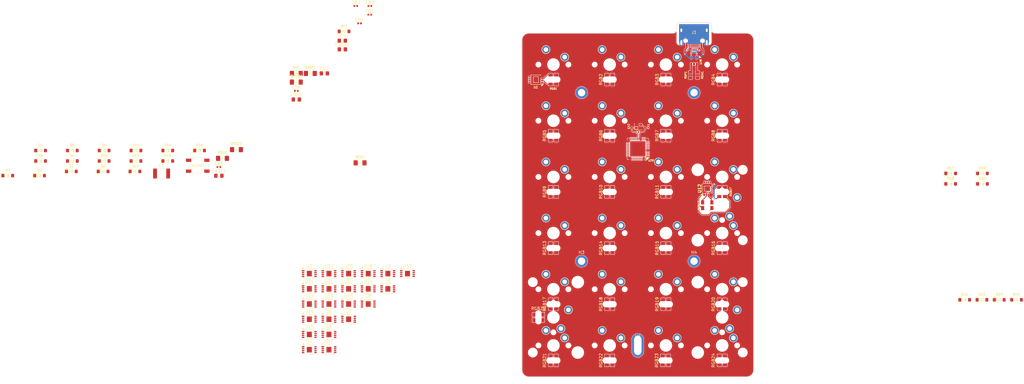
<source format=kicad_pcb>
(kicad_pcb (version 20171130) (host pcbnew 5.1.2)
  (layers (0 F.Cu signal) (31 B.Cu signal) (34 B.Paste user) (35 F.Paste user) (36 B.SilkS user) (37 F.SilkS user) (38 B.Mask user) (39 F.Mask user) (44 Edge.Cuts user))
  (net 0 "")
  (net 1 5V)
  (net 2 GND)
  (net 3 /RST)
  (net 4 /SHIELD)
  (net 5 "Net-(CU1-Pad1)")
  (net 6 /XTAL2)
  (net 7 /XTAL1)
  (net 8 "Net-(D1-Pad2)")
  (net 9 Row1)
  (net 10 "Net-(D2-Pad2)")
  (net 11 "Net-(D3-Pad2)")
  (net 12 "Net-(D4-Pad2)")
  (net 13 "Net-(D5-Pad2)")
  (net 14 Row2)
  (net 15 "Net-(D6-Pad2)")
  (net 16 "Net-(D7-Pad2)")
  (net 17 "Net-(D8-Pad2)")
  (net 18 "Net-(D9-Pad2)")
  (net 19 Row3)
  (net 20 "Net-(D10-Pad2)")
  (net 21 "Net-(D11-Pad2)")
  (net 22 "Net-(D12-Pad2)")
  (net 23 "Net-(D13-Pad2)")
  (net 24 Row4)
  (net 25 "Net-(D14-Pad2)")
  (net 26 "Net-(D15-Pad2)")
  (net 27 "Net-(D16-Pad2)")
  (net 28 "Net-(F1-Pad2)")
  (net 29 DBusN)
  (net 30 DBusP)
  (net 31 DN)
  (net 32 "Net-(RDM1-Pad1)")
  (net 33 "Net-(RDP1-Pad2)")
  (net 34 DP)
  (net 35 "Net-(RHWB1-Pad2)")
  (net 36 "Net-(RRST2-Pad1)")
  (net 37 Col1)
  (net 38 Col2)
  (net 39 Col3)
  (net 40 Col4)
  (net 41 "Net-(D17-Pad2)")
  (net 42 Row5)
  (net 43 "Net-(D18-Pad2)")
  (net 44 "Net-(D19-Pad2)")
  (net 45 "Net-(D20-Pad2)")
  (net 46 "Net-(J1-PadB8)")
  (net 47 "Net-(J1-PadA5)")
  (net 48 "Net-(J1-PadA8)")
  (net 49 "Net-(RGB1-Pad3)")
  (net 50 "Net-(RGB1-Pad1)")
  (net 51 "Net-(RGB1-Pad2)")
  (net 52 "Net-(U1-Pad7)")
  (net 53 RGB_DIN)
  (net 54 "Net-(U1-Pad5)")
  (net 55 "Net-(D21-Pad2)")
  (net 56 "Net-(D22-Pad2)")
  (net 57 "Net-(D23-Pad2)")
  (net 58 "Net-(D24-Pad2)")
  (net 59 "Net-(RGB2-Pad3)")
  (net 60 "Net-(RGB2-Pad1)")
  (net 61 "Net-(RGB2-Pad2)")
  (net 62 "Net-(RGB12-Pad3)")
  (net 63 "Net-(RGB12-Pad1)")
  (net 64 "Net-(RGB12-Pad2)")
  (net 65 "Net-(U12-Pad7)")
  (net 66 "Net-(U12-Pad5)")
  (net 67 "Net-(RGB3-Pad3)")
  (net 68 "Net-(RGB3-Pad1)")
  (net 69 "Net-(RGB3-Pad2)")
  (net 70 "Net-(RGB4-Pad3)")
  (net 71 "Net-(RGB4-Pad1)")
  (net 72 "Net-(RGB4-Pad2)")
  (net 73 "Net-(RGB5-Pad3)")
  (net 74 "Net-(RGB5-Pad1)")
  (net 75 "Net-(RGB5-Pad2)")
  (net 76 "Net-(RGB6-Pad3)")
  (net 77 "Net-(RGB6-Pad1)")
  (net 78 "Net-(RGB6-Pad2)")
  (net 79 "Net-(RGB7-Pad3)")
  (net 80 "Net-(RGB7-Pad1)")
  (net 81 "Net-(RGB7-Pad2)")
  (net 82 "Net-(RGB8-Pad3)")
  (net 83 "Net-(RGB8-Pad1)")
  (net 84 "Net-(RGB8-Pad2)")
  (net 85 "Net-(RGB9-Pad3)")
  (net 86 "Net-(RGB9-Pad1)")
  (net 87 "Net-(RGB9-Pad2)")
  (net 88 "Net-(RGB10-Pad3)")
  (net 89 "Net-(RGB10-Pad1)")
  (net 90 "Net-(RGB10-Pad2)")
  (net 91 "Net-(RGB11-Pad3)")
  (net 92 "Net-(RGB11-Pad1)")
  (net 93 "Net-(RGB11-Pad2)")
  (net 94 "Net-(RGB13-Pad3)")
  (net 95 "Net-(RGB13-Pad1)")
  (net 96 "Net-(RGB13-Pad2)")
  (net 97 "Net-(RGB14-Pad3)")
  (net 98 "Net-(RGB14-Pad1)")
  (net 99 "Net-(RGB14-Pad2)")
  (net 100 "Net-(RGB15-Pad3)")
  (net 101 "Net-(RGB15-Pad1)")
  (net 102 "Net-(RGB15-Pad2)")
  (net 103 "Net-(RGB16-Pad3)")
  (net 104 "Net-(RGB16-Pad1)")
  (net 105 "Net-(RGB16-Pad2)")
  (net 106 "Net-(RGB17-Pad3)")
  (net 107 "Net-(RGB17-Pad1)")
  (net 108 "Net-(RGB17-Pad2)")
  (net 109 "Net-(RGB18-Pad3)")
  (net 110 "Net-(RGB18-Pad1)")
  (net 111 "Net-(RGB18-Pad2)")
  (net 112 "Net-(RGB19-Pad3)")
  (net 113 "Net-(RGB19-Pad1)")
  (net 114 "Net-(RGB19-Pad2)")
  (net 115 "Net-(RGB20-Pad3)")
  (net 116 "Net-(RGB20-Pad1)")
  (net 117 "Net-(RGB20-Pad2)")
  (net 118 "Net-(RGB21-Pad3)")
  (net 119 "Net-(RGB21-Pad1)")
  (net 120 "Net-(RGB21-Pad2)")
  (net 121 "Net-(RGB22-Pad3)")
  (net 122 "Net-(RGB22-Pad1)")
  (net 123 "Net-(RGB22-Pad2)")
  (net 124 "Net-(RGB23-Pad3)")
  (net 125 "Net-(RGB23-Pad1)")
  (net 126 "Net-(RGB23-Pad2)")
  (net 127 "Net-(RGB24-Pad3)")
  (net 128 "Net-(RGB24-Pad1)")
  (net 129 "Net-(RGB24-Pad2)")
  (net 130 "Net-(U2-Pad7)")
  (net 131 "Net-(U2-Pad5)")
  (net 132 "Net-(U3-Pad7)")
  (net 133 "Net-(U3-Pad5)")
  (net 134 "Net-(U4-Pad7)")
  (net 135 "Net-(U4-Pad5)")
  (net 136 "Net-(U5-Pad7)")
  (net 137 "Net-(U5-Pad5)")
  (net 138 "Net-(U6-Pad7)")
  (net 139 "Net-(U6-Pad5)")
  (net 140 "Net-(U7-Pad7)")
  (net 141 "Net-(U7-Pad5)")
  (net 142 "Net-(U8-Pad7)")
  (net 143 "Net-(U8-Pad5)")
  (net 144 "Net-(U9-Pad7)")
  (net 145 "Net-(U9-Pad5)")
  (net 146 "Net-(U10-Pad7)")
  (net 147 "Net-(U10-Pad5)")
  (net 148 "Net-(U11-Pad7)")
  (net 149 "Net-(U11-Pad5)")
  (net 150 "Net-(U13-Pad7)")
  (net 151 "Net-(U13-Pad5)")
  (net 152 "Net-(U14-Pad7)")
  (net 153 "Net-(U14-Pad5)")
  (net 154 "Net-(U15-Pad7)")
  (net 155 "Net-(U15-Pad5)")
  (net 156 "Net-(U16-Pad7)")
  (net 157 "Net-(U16-Pad5)")
  (net 158 "Net-(U17-Pad7)")
  (net 159 "Net-(U17-Pad5)")
  (net 160 "Net-(U18-Pad7)")
  (net 161 "Net-(U18-Pad5)")
  (net 162 "Net-(U19-Pad7)")
  (net 163 "Net-(U19-Pad5)")
  (net 164 "Net-(U20-Pad7)")
  (net 165 "Net-(U20-Pad5)")
  (net 166 "Net-(U21-Pad7)")
  (net 167 "Net-(U21-Pad5)")
  (net 168 "Net-(U22-Pad7)")
  (net 169 "Net-(U22-Pad5)")
  (net 170 "Net-(U23-Pad7)")
  (net 171 "Net-(U23-Pad5)")
  (net 172 "Net-(U24-Pad7)")
  (net 173 "Net-(U24-Pad5)")
  (net 174 "Net-(U29-Pad41)")
  (net 175 "Net-(U29-Pad40)")
  (net 176 "Net-(U29-Pad39)")
  (net 177 "Net-(U29-Pad38)")
  (net 178 "Net-(U29-Pad37)")
  (net 179 "Net-(U29-Pad36)")
  (net 180 "Net-(U29-Pad32)")
  (net 181 "Net-(U29-Pad31)")
  (net 182 "Net-(U29-Pad30)")
  (net 183 "Net-(U29-Pad29)")
  (net 184 "Net-(U29-Pad28)")
  (net 185 "Net-(U29-Pad26)")
  (net 186 "Net-(U29-Pad25)")
  (net 187 "Net-(U29-Pad22)")
  (net 188 "Net-(U29-Pad21)")
  (net 189 "Net-(U29-Pad20)")
  (net 190 "Net-(U29-Pad19)")
  (net 191 "Net-(U29-Pad18)")
  (net 192 "Net-(U29-Pad12)")
  (net 193 "Net-(U29-Pad11)")
  (net 194 "Net-(U29-Pad10)")
  (net 195 "Net-(U29-Pad9)")
  (net 196 "Net-(U29-Pad8)")
  (net 197 "Net-(U29-Pad1)")
  (module acheron_Components:R_SMD_1026 (layer F.Cu) (at -35.9 49.43)
    (fp_text reference RRST1 (at 0 -2) (layer F.SilkS) (effects (font (size 0.8 0.8) (thickness 0.2))))
    (fp_text value 4.7k)
    (pad 2 smd roundrect (at 1.4875 0) (size 1.425 1.75) (layers F.Cu F.Paste F.Mask) (roundrect_rratio 0.175439) (net 1 5V))
    (pad 1 smd roundrect (at -1.4875 0) (size 1.425 1.75) (layers F.Cu F.Paste F.Mask) (roundrect_rratio 0.175439) (net 3 /RST))
  )
  (module acheron_Components:R_SMD_1026 (layer F.Cu) (at -40.65 52.38)
    (fp_text reference RHWB1 (at 0 -2) (layer F.SilkS) (effects (font (size 0.8 0.8) (thickness 0.2))))
    (fp_text value 1k)
    (pad 2 smd roundrect (at 1.4875 0) (size 1.425 1.75) (layers F.Cu F.Paste F.Mask) (roundrect_rratio 0.175439) (net 35 "Net-(RHWB1-Pad2)"))
    (pad 1 smd roundrect (at -1.4875 0) (size 1.425 1.75) (layers F.Cu F.Paste F.Mask) (roundrect_rratio 0.175439) (net 2 GND))
  )
  (module acheron_Components:R_SMD_1026 (layer F.Cu) (at -40.65 49.43)
    (fp_text reference RF1 (at 0 -2) (layer F.SilkS) (effects (font (size 0.8 0.8) (thickness 0.2))))
    (fp_text value 10k)
    (pad 2 smd roundrect (at 1.4875 0) (size 1.425 1.75) (layers F.Cu F.Paste F.Mask) (roundrect_rratio 0.175439) (net 1 5V))
    (pad 1 smd roundrect (at -1.4875 0) (size 1.425 1.75) (layers F.Cu F.Paste F.Mask) (roundrect_rratio 0.175439) (net 2 GND))
  )
  (module acheron_Components:R_SMD_1026 (layer F.Cu) (at -60.91 75.28)
    (fp_text reference RRST2 (at 0 -2) (layer F.SilkS) (effects (font (size 0.8 0.8) (thickness 0.2))))
    (fp_text value 330R)
    (pad 2 smd roundrect (at 1.4875 0) (size 1.425 1.75) (layers F.Cu F.Paste F.Mask) (roundrect_rratio 0.175439) (net 3 /RST))
    (pad 1 smd roundrect (at -1.4875 0) (size 1.425 1.75) (layers F.Cu F.Paste F.Mask) (roundrect_rratio 0.175439) (net 36 "Net-(RRST2-Pad1)"))
  )
  (module acheron_Components:D_SOD-123 (layer F.Cu) (at -73.42 75.58)
    (fp_text reference D16 (at 0 -1.8 180) (layer F.SilkS) (effects (font (size 0.8 0.8) (thickness 0.2))))
    (fp_text value 1N4148)
    (pad 2 smd roundrect (at 1.65 0) (size 1 1.2) (layers F.Cu F.Paste F.Mask) (net 27 "Net-(D16-Pad2)"))
    (pad 1 smd roundrect (at -1.65 0) (size 1 1.2) (layers F.Cu F.Paste F.Mask) (net 24 Row4))
  )
  (module acheron_Components:D_SOD-123 (layer F.Cu) (at -127.27 79.13)
    (fp_text reference D6 (at 0 -1.8 180) (layer F.SilkS) (effects (font (size 0.8 0.8) (thickness 0.2))))
    (fp_text value 1N4148)
    (pad 2 smd roundrect (at 1.65 0) (size 1 1.2) (layers F.Cu F.Paste F.Mask) (net 15 "Net-(D6-Pad2)"))
    (pad 1 smd roundrect (at -1.65 0) (size 1 1.2) (layers F.Cu F.Paste F.Mask) (net 14 Row2))
  )
  (module acheron_Components:D_SOD-123 (layer F.Cu) (at -138.39 84.09)
    (fp_text reference D7 (at 0 -1.8 180) (layer F.SilkS) (effects (font (size 0.8 0.8) (thickness 0.2))))
    (fp_text value 1N4148)
    (pad 2 smd roundrect (at 1.65 0) (size 1 1.2) (layers F.Cu F.Paste F.Mask) (net 16 "Net-(D7-Pad2)"))
    (pad 1 smd roundrect (at -1.65 0) (size 1 1.2) (layers F.Cu F.Paste F.Mask) (net 14 Row2))
  )
  (module acheron_Components:D_SOD-123 (layer F.Cu) (at -84.19 75.58)
    (fp_text reference D14 (at 0 -1.8 180) (layer F.SilkS) (effects (font (size 0.8 0.8) (thickness 0.2))))
    (fp_text value 1N4148)
    (pad 2 smd roundrect (at 1.65 0) (size 1 1.2) (layers F.Cu F.Paste F.Mask) (net 25 "Net-(D14-Pad2)"))
    (pad 1 smd roundrect (at -1.65 0) (size 1 1.2) (layers F.Cu F.Paste F.Mask) (net 24 Row4))
  )
  (module acheron_Components:D_SOD-123 (layer F.Cu) (at -106.08 82.68)
    (fp_text reference D8 (at 0 -1.8 180) (layer F.SilkS) (effects (font (size 0.8 0.8) (thickness 0.2))))
    (fp_text value 1N4148)
    (pad 2 smd roundrect (at 1.65 0) (size 1 1.2) (layers F.Cu F.Paste F.Mask) (net 17 "Net-(D8-Pad2)"))
    (pad 1 smd roundrect (at -1.65 0) (size 1 1.2) (layers F.Cu F.Paste F.Mask) (net 14 Row2))
  )
  (module acheron_Components:D_SOD-123 (layer F.Cu) (at -116.85 82.68)
    (fp_text reference D2 (at 0 -1.8 180) (layer F.SilkS) (effects (font (size 0.8 0.8) (thickness 0.2))))
    (fp_text value 1N4148)
    (pad 2 smd roundrect (at 1.65 0) (size 1 1.2) (layers F.Cu F.Paste F.Mask) (net 10 "Net-(D2-Pad2)"))
    (pad 1 smd roundrect (at -1.65 0) (size 1 1.2) (layers F.Cu F.Paste F.Mask) (net 9 Row1))
  )
  (module acheron_Hardware:smdPushBtn (layer F.Cu) (at -74.03 80.73)
    (fp_text reference SW_RST1 (at 0.1 0) (layer F.SilkS) (effects (font (size 0.7 0.7))))
    (fp_text value SW_Push)
    (pad 2 smd rect (at 3.1 1.85) (size 1.8 1.1) (layers F.Cu F.Paste F.Mask) (net 36 "Net-(RRST2-Pad1)"))
    (pad 2 smd rect (at -3.1 1.85) (size 1.8 1.1) (layers F.Cu F.Paste F.Mask) (net 36 "Net-(RRST2-Pad1)"))
    (pad 1 smd rect (at 3.1 -1.85) (size 1.8 1.1) (layers F.Cu F.Paste F.Mask) (net 2 GND))
    (pad 1 smd rect (at -3.1 -1.85) (size 1.8 1.1) (layers F.Cu F.Paste F.Mask) (net 2 GND))
  )
  (module acheron_Components:D_SOD-123 (layer F.Cu) (at -105.73 75.58)
    (fp_text reference D9 (at 0 -1.8 180) (layer F.SilkS) (effects (font (size 0.8 0.8) (thickness 0.2))))
    (fp_text value 1N4148)
    (pad 2 smd roundrect (at 1.65 0) (size 1 1.2) (layers F.Cu F.Paste F.Mask) (net 18 "Net-(D9-Pad2)"))
    (pad 1 smd roundrect (at -1.65 0) (size 1 1.2) (layers F.Cu F.Paste F.Mask) (net 19 Row3))
  )
  (module acheron_Components:D_SOD-123 (layer F.Cu) (at -95.31 82.68)
    (fp_text reference D13 (at 0 -1.8 180) (layer F.SilkS) (effects (font (size 0.8 0.8) (thickness 0.2))))
    (fp_text value 1N4148)
    (pad 2 smd roundrect (at 1.65 0) (size 1 1.2) (layers F.Cu F.Paste F.Mask) (net 23 "Net-(D13-Pad2)"))
    (pad 1 smd roundrect (at -1.65 0) (size 1 1.2) (layers F.Cu F.Paste F.Mask) (net 24 Row4))
  )
  (module acheron_Components:D_SOD-123 (layer F.Cu) (at 180.97576 83.3441)
    (fp_text reference D17 (at 0 -1.8 180) (layer F.SilkS) (effects (font (size 0.8 0.8) (thickness 0.2))))
    (fp_text value 1N4148)
    (pad 2 smd roundrect (at 1.65 0) (size 1 1.2) (layers F.Cu F.Paste F.Mask) (net 41 "Net-(D17-Pad2)"))
    (pad 1 smd roundrect (at -1.65 0) (size 1 1.2) (layers F.Cu F.Paste F.Mask) (net 42 Row5))
  )
  (module acheron_Components:D_SOD-123 (layer F.Cu) (at -105.73 79.13)
    (fp_text reference D10 (at 0 -1.8 180) (layer F.SilkS) (effects (font (size 0.8 0.8) (thickness 0.2))))
    (fp_text value 1N4148)
    (pad 2 smd roundrect (at 1.65 0) (size 1 1.2) (layers F.Cu F.Paste F.Mask) (net 20 "Net-(D10-Pad2)"))
    (pad 1 smd roundrect (at -1.65 0) (size 1 1.2) (layers F.Cu F.Paste F.Mask) (net 19 Row3))
  )
  (module acheron_Components:D_SOD-123 (layer F.Cu) (at -116.5 79.13)
    (fp_text reference D4 (at 0 -1.8 180) (layer F.SilkS) (effects (font (size 0.8 0.8) (thickness 0.2))))
    (fp_text value 1N4148)
    (pad 2 smd roundrect (at 1.65 0) (size 1 1.2) (layers F.Cu F.Paste F.Mask) (net 12 "Net-(D4-Pad2)"))
    (pad 1 smd roundrect (at -1.65 0) (size 1 1.2) (layers F.Cu F.Paste F.Mask) (net 9 Row1))
  )
  (module acheron_Components:D_SOD-123 (layer F.Cu) (at -116.5 75.58)
    (fp_text reference D5 (at 0 -1.8 180) (layer F.SilkS) (effects (font (size 0.8 0.8) (thickness 0.2))))
    (fp_text value 1N4148)
    (pad 2 smd roundrect (at 1.65 0) (size 1 1.2) (layers F.Cu F.Paste F.Mask) (net 13 "Net-(D5-Pad2)"))
    (pad 1 smd roundrect (at -1.65 0) (size 1 1.2) (layers F.Cu F.Paste F.Mask) (net 14 Row2))
  )
  (module acheron_Components:D_SOD-123 (layer F.Cu) (at 191.74576 83.3441)
    (fp_text reference D18 (at 0 -1.8 180) (layer F.SilkS) (effects (font (size 0.8 0.8) (thickness 0.2))))
    (fp_text value 1N4148)
    (pad 2 smd roundrect (at 1.65 0) (size 1 1.2) (layers F.Cu F.Paste F.Mask) (net 43 "Net-(D18-Pad2)"))
    (pad 1 smd roundrect (at -1.65 0) (size 1 1.2) (layers F.Cu F.Paste F.Mask) (net 42 Row5))
  )
  (module acheron_Components:D_SOD-123 (layer F.Cu) (at 180.97576 86.8941)
    (fp_text reference D19 (at 0 -1.8 180) (layer F.SilkS) (effects (font (size 0.8 0.8) (thickness 0.2))))
    (fp_text value 1N4148)
    (pad 2 smd roundrect (at 1.65 0) (size 1 1.2) (layers F.Cu F.Paste F.Mask) (net 44 "Net-(D19-Pad2)"))
    (pad 1 smd roundrect (at -1.65 0) (size 1 1.2) (layers F.Cu F.Paste F.Mask) (net 42 Row5))
  )
  (module acheron_Components:D_SOD-123 (layer F.Cu) (at -127.27 75.58)
    (fp_text reference D1 (at 0 -1.8 180) (layer F.SilkS) (effects (font (size 0.8 0.8) (thickness 0.2))))
    (fp_text value 1N4148)
    (pad 2 smd roundrect (at 1.65 0) (size 1 1.2) (layers F.Cu F.Paste F.Mask) (net 8 "Net-(D1-Pad2)"))
    (pad 1 smd roundrect (at -1.65 0) (size 1 1.2) (layers F.Cu F.Paste F.Mask) (net 9 Row1))
  )
  (module acheron_Components:D_SOD-123 (layer F.Cu) (at -127.62 84.09)
    (fp_text reference D3 (at 0 -1.8 180) (layer F.SilkS) (effects (font (size 0.8 0.8) (thickness 0.2))))
    (fp_text value 1N4148)
    (pad 2 smd roundrect (at 1.65 0) (size 1 1.2) (layers F.Cu F.Paste F.Mask) (net 11 "Net-(D3-Pad2)"))
    (pad 1 smd roundrect (at -1.65 0) (size 1 1.2) (layers F.Cu F.Paste F.Mask) (net 9 Row1))
  )
  (module Fuse:Fuse_1812_4532Metric_Pad1.30x3.40mm_HandSolder (layer F.Cu) (at -86.28 83.38)
    (fp_text reference F1 (at 0 -2.65) (layer F.SilkS))
    (fp_text value Polyfuse)
    (pad 2 smd roundrect (at 2.225 0) (size 1.3 3.4) (layers F.Cu F.Paste F.Mask) (roundrect_rratio 0.192308) (net 28 "Net-(F1-Pad2)"))
    (pad 1 smd roundrect (at -2.225 0) (size 1.3 3.4) (layers F.Cu F.Paste F.Mask) (roundrect_rratio 0.192308) (net 1 5V))
  )
  (module acheron_Components:D_SOD-123 (layer F.Cu) (at -24.47 35.18)
    (fp_text reference DF1 (at 0 -1.8 180) (layer F.SilkS) (effects (font (size 0.8 0.8) (thickness 0.2))))
    (fp_text value RB060M-60TR)
    (pad 2 smd roundrect (at 1.65 0) (size 1 1.2) (layers F.Cu F.Paste F.Mask) (net 2 GND))
    (pad 1 smd roundrect (at -1.65 0) (size 1 1.2) (layers F.Cu F.Paste F.Mask) (net 1 5V))
  )
  (module Capacitor_SMD:C_0805_2012Metric_Pad1.15x1.40mm_HandSolder (layer F.Cu) (at -25.07 41.28)
    (fp_text reference CUSB1 (at 0 -1.65) (layer F.SilkS))
    (fp_text value 100nF)
    (pad 2 smd roundrect (at 1.025 0) (size 1.15 1.4) (layers F.Cu F.Paste F.Mask) (roundrect_rratio 0.217391) (net 2 GND))
    (pad 1 smd roundrect (at -1.025 0) (size 1.15 1.4) (layers F.Cu F.Paste F.Mask) (roundrect_rratio 0.217391) (net 1 5V))
  )
  (module Capacitor_SMD:C_0805_2012Metric_Pad1.15x1.40mm_HandSolder (layer F.Cu) (at -31.15 49.43)
    (fp_text reference CU1 (at 0 -1.65) (layer F.SilkS))
    (fp_text value 1uF)
    (pad 2 smd roundrect (at 1.025 0) (size 1.15 1.4) (layers F.Cu F.Paste F.Mask) (roundrect_rratio 0.217391) (net 2 GND))
    (pad 1 smd roundrect (at -1.025 0) (size 1.15 1.4) (layers F.Cu F.Paste F.Mask) (roundrect_rratio 0.217391) (net 5 "Net-(CU1-Pad1)"))
  )
  (module Capacitor_SMD:C_0805_2012Metric_Pad1.15x1.40mm_HandSolder (layer F.Cu) (at -40.65 58.28)
    (fp_text reference CSH1 (at 0 -1.65) (layer F.SilkS))
    (fp_text value 100nF)
    (pad 2 smd roundrect (at 1.025 0) (size 1.15 1.4) (layers F.Cu F.Paste F.Mask) (roundrect_rratio 0.217391) (net 2 GND))
    (pad 1 smd roundrect (at -1.025 0) (size 1.15 1.4) (layers F.Cu F.Paste F.Mask) (roundrect_rratio 0.217391) (net 4 /SHIELD))
  )
  (module Capacitor_SMD:C_0805_2012Metric_Pad1.15x1.40mm_HandSolder (layer F.Cu) (at -66.88 84.13)
    (fp_text reference CRST1 (at 0 -1.65) (layer F.SilkS))
    (fp_text value 100nF)
    (pad 2 smd roundrect (at 1.025 0) (size 1.15 1.4) (layers F.Cu F.Paste F.Mask) (roundrect_rratio 0.217391) (net 3 /RST))
    (pad 1 smd roundrect (at -1.025 0) (size 1.15 1.4) (layers F.Cu F.Paste F.Mask) (roundrect_rratio 0.217391) (net 2 GND))
  )
  (module Capacitor_SMD:C_0805_2012Metric_Pad1.15x1.40mm_HandSolder (layer F.Cu) (at -25.07 38.33)
    (fp_text reference CF1 (at 0 -1.65) (layer F.SilkS))
    (fp_text value 1u)
    (pad 2 smd roundrect (at 1.025 0) (size 1.15 1.4) (layers F.Cu F.Paste F.Mask) (roundrect_rratio 0.217391) (net 1 5V))
    (pad 1 smd roundrect (at -1.025 0) (size 1.15 1.4) (layers F.Cu F.Paste F.Mask) (roundrect_rratio 0.217391) (net 2 GND))
  )
  (module acheron_Components:R_SMD_1026 (layer F.Cu) (at -19.05008 79.77221)
    (fp_text reference RCC1 (at 0 -2) (layer F.SilkS) (effects (font (size 0.8 0.8) (thickness 0.2))))
    (fp_text value 5.1k)
    (pad 2 smd roundrect (at 1.4875 0) (size 1.425 1.75) (layers F.Cu F.Paste F.Mask) (roundrect_rratio 0.175439) (net 2 GND))
    (pad 1 smd roundrect (at -1.4875 0) (size 1.425 1.75) (layers F.Cu F.Paste F.Mask) (roundrect_rratio 0.175439) (net 47 "Net-(J1-PadA5)"))
  )
  (module acheron_Components:R_SMD_1026 (layer F.Cu) (at -65.66 78.23)
    (fp_text reference RSH1 (at 0 -2) (layer F.SilkS) (effects (font (size 0.8 0.8) (thickness 0.2))))
    (fp_text value 1M)
    (pad 2 smd roundrect (at 1.4875 0) (size 1.425 1.75) (layers F.Cu F.Paste F.Mask) (roundrect_rratio 0.175439) (net 4 /SHIELD))
    (pad 1 smd roundrect (at -1.4875 0) (size 1.425 1.75) (layers F.Cu F.Paste F.Mask) (roundrect_rratio 0.175439) (net 2 GND))
  )
  (module acheron_Components:D_SOD-123 (layer F.Cu) (at -84.19 79.13)
    (fp_text reference D15 (at 0 -1.8 180) (layer F.SilkS) (effects (font (size 0.8 0.8) (thickness 0.2))))
    (fp_text value 1N4148)
    (pad 2 smd roundrect (at 1.65 0) (size 1 1.2) (layers F.Cu F.Paste F.Mask) (net 26 "Net-(D15-Pad2)"))
    (pad 1 smd roundrect (at -1.65 0) (size 1 1.2) (layers F.Cu F.Paste F.Mask) (net 24 Row4))
  )
  (module acheron_Components:D_SOD-123 (layer F.Cu) (at -94.96 75.58)
    (fp_text reference D11 (at 0 -1.8 180) (layer F.SilkS) (effects (font (size 0.8 0.8) (thickness 0.2))))
    (fp_text value 1N4148)
    (pad 2 smd roundrect (at 1.65 0) (size 1 1.2) (layers F.Cu F.Paste F.Mask) (net 21 "Net-(D11-Pad2)"))
    (pad 1 smd roundrect (at -1.65 0) (size 1 1.2) (layers F.Cu F.Paste F.Mask) (net 19 Row3))
  )
  (module acheron_Components:D_SOD-123 (layer F.Cu) (at -94.96 79.13)
    (fp_text reference D12 (at 0 -1.8 180) (layer F.SilkS) (effects (font (size 0.8 0.8) (thickness 0.2))))
    (fp_text value 1N4148)
    (pad 2 smd roundrect (at 1.65 0) (size 1 1.2) (layers F.Cu F.Paste F.Mask) (net 22 "Net-(D12-Pad2)"))
    (pad 1 smd roundrect (at -1.65 0) (size 1 1.2) (layers F.Cu F.Paste F.Mask) (net 19 Row3))
  )
  (module acheron_Components:D_SOD-123 (layer F.Cu) (at 191.74576 86.8941)
    (fp_text reference D20 (at 0 -1.8 180) (layer F.SilkS) (effects (font (size 0.8 0.8) (thickness 0.2))))
    (fp_text value 1N4148)
    (pad 2 smd roundrect (at 1.65 0) (size 1 1.2) (layers F.Cu F.Paste F.Mask) (net 45 "Net-(D20-Pad2)"))
    (pad 1 smd roundrect (at -1.65 0) (size 1 1.2) (layers F.Cu F.Paste F.Mask) (net 42 Row5))
  )
  (module Capacitor_SMD:C_0402_1005Metric (layer F.Cu) (at -15.75 26.55)
    (fp_text reference CB2 (at 0 -1.17) (layer F.SilkS))
    (fp_text value 100nF)
    (pad 2 smd roundrect (at 0.485 0) (size 0.59 0.64) (layers F.Cu F.Paste F.Mask) (net 2 GND))
    (pad 1 smd roundrect (at -0.485 0) (size 0.59 0.64) (layers F.Cu F.Paste F.Mask) (net 1 5V))
  )
  (module acheron_Components:D_SOD-123 (layer F.Cu) (at 203.28828 126.20678)
    (fp_text reference D24 (at 0 -1.8 180) (layer F.SilkS) (effects (font (size 0.8 0.8) (thickness 0.2))))
    (fp_text value 1N4148)
    (pad 2 smd roundrect (at 1.65 0) (size 1 1.2) (layers F.Cu F.Paste F.Mask) (net 58 "Net-(D24-Pad2)"))
    (pad 1 smd roundrect (at -1.65 0) (size 1 1.2) (layers F.Cu F.Paste F.Mask) (net 42 Row5))
  )
  (module acheron_Components:D_SOD-123 (layer F.Cu) (at 197.43828 126.20678)
    (fp_text reference D23 (at 0 -1.8 180) (layer F.SilkS) (effects (font (size 0.8 0.8) (thickness 0.2))))
    (fp_text value 1N4148)
    (pad 2 smd roundrect (at 1.65 0) (size 1 1.2) (layers F.Cu F.Paste F.Mask) (net 57 "Net-(D23-Pad2)"))
    (pad 1 smd roundrect (at -1.65 0) (size 1 1.2) (layers F.Cu F.Paste F.Mask) (net 42 Row5))
  )
  (module Capacitor_SMD:C_0402_1005Metric (layer F.Cu) (at -40.65 55.33)
    (fp_text reference CB6 (at 0 -1.17) (layer F.SilkS))
    (fp_text value 100nF)
    (pad 2 smd roundrect (at 0.485 0) (size 0.59 0.64) (layers F.Cu F.Paste F.Mask) (net 2 GND))
    (pad 1 smd roundrect (at -0.485 0) (size 0.59 0.64) (layers F.Cu F.Paste F.Mask) (net 1 5V))
  )
  (module Capacitor_SMD:C_0402_1005Metric (layer F.Cu) (at -66.88 81.18)
    (fp_text reference CB5 (at 0 -1.17) (layer F.SilkS))
    (fp_text value 100nF)
    (pad 2 smd roundrect (at 0.485 0) (size 0.59 0.64) (layers F.Cu F.Paste F.Mask) (net 2 GND))
    (pad 1 smd roundrect (at -0.485 0) (size 0.59 0.64) (layers F.Cu F.Paste F.Mask) (net 1 5V))
  )
  (module acheron_Components:D_SOD-123 (layer F.Cu) (at 191.58828 126.20678)
    (fp_text reference D22 (at 0 -1.8 180) (layer F.SilkS) (effects (font (size 0.8 0.8) (thickness 0.2))))
    (fp_text value 1N4148)
    (pad 2 smd roundrect (at 1.65 0) (size 1 1.2) (layers F.Cu F.Paste F.Mask) (net 56 "Net-(D22-Pad2)"))
    (pad 1 smd roundrect (at -1.65 0) (size 1 1.2) (layers F.Cu F.Paste F.Mask) (net 42 Row5))
  )
  (module Capacitor_SMD:C_0402_1005Metric (layer F.Cu) (at -19.22 32.45)
    (fp_text reference CB4 (at 0 -1.17) (layer F.SilkS))
    (fp_text value 100nF)
    (pad 2 smd roundrect (at 0.485 0) (size 0.59 0.64) (layers F.Cu F.Paste F.Mask) (net 1 5V))
    (pad 1 smd roundrect (at -0.485 0) (size 0.59 0.64) (layers F.Cu F.Paste F.Mask) (net 2 GND))
  )
  (module Capacitor_SMD:C_0402_1005Metric (layer F.Cu) (at -15.75 29.5)
    (fp_text reference CB1 (at 0 -1.17) (layer F.SilkS))
    (fp_text value 1uF)
    (pad 2 smd roundrect (at 0.485 0) (size 0.59 0.64) (layers F.Cu F.Paste F.Mask) (net 1 5V))
    (pad 1 smd roundrect (at -0.485 0) (size 0.59 0.64) (layers F.Cu F.Paste F.Mask) (net 2 GND))
  )
  (module Capacitor_SMD:C_0402_1005Metric (layer F.Cu) (at -20.5 26.55)
    (fp_text reference CB3 (at 0 -1.17) (layer F.SilkS))
    (fp_text value 100nF)
    (pad 2 smd roundrect (at 0.485 0) (size 0.59 0.64) (layers F.Cu F.Paste F.Mask) (net 1 5V))
    (pad 1 smd roundrect (at -0.485 0) (size 0.59 0.64) (layers F.Cu F.Paste F.Mask) (net 2 GND))
  )
  (module acheron_Components:D_SOD-123 (layer F.Cu) (at 185.73828 126.20678)
    (fp_text reference D21 (at 0 -1.8 180) (layer F.SilkS) (effects (font (size 0.8 0.8) (thickness 0.2))))
    (fp_text value 1N4148)
    (pad 2 smd roundrect (at 1.65 0) (size 1 1.2) (layers F.Cu F.Paste F.Mask) (net 55 "Net-(D21-Pad2)"))
    (pad 1 smd roundrect (at -1.65 0) (size 1 1.2) (layers F.Cu F.Paste F.Mask) (net 42 Row5))
  )
  (module acheron_Components:MSOP-8-1EP_3x3mm_P0.65mm_EP1.68x1.88mm (layer F.Cu) (at -16.294309 122.480731)
    (fp_text reference U14 (at 0 -2.55) (layer F.SilkS))
    (fp_text value WS2811M)
    (pad 9 smd rect (at 0 0) (size 1.68 1.88) (layers F.Cu F.Mask))
    (pad 8 smd roundrect (at 2.105 -0.975) (size 0.89 0.42) (layers F.Cu F.Paste F.Mask) (roundrect_rratio 0.5) (net 1 5V))
    (pad 7 smd roundrect (at 2.105 -0.325) (size 0.89 0.42) (layers F.Cu F.Paste F.Mask) (roundrect_rratio 0.5) (net 152 "Net-(U14-Pad7)"))
    (pad 6 smd roundrect (at 2.105 0.325) (size 0.89 0.42) (layers F.Cu F.Paste F.Mask) (roundrect_rratio 0.5) (net 53 RGB_DIN))
    (pad 5 smd roundrect (at 2.105 0.975) (size 0.89 0.42) (layers F.Cu F.Paste F.Mask) (roundrect_rratio 0.5) (net 153 "Net-(U14-Pad5)"))
    (pad 4 smd roundrect (at -2.105 0.975) (size 0.89 0.42) (layers F.Cu F.Paste F.Mask) (roundrect_rratio 0.5) (net 2 GND))
    (pad 3 smd roundrect (at -2.105 0.325) (size 0.89 0.42) (layers F.Cu F.Paste F.Mask) (roundrect_rratio 0.5) (net 99 "Net-(RGB14-Pad2)"))
    (pad 2 smd roundrect (at -2.105 -0.325) (size 0.89 0.42) (layers F.Cu F.Paste F.Mask) (roundrect_rratio 0.5) (net 98 "Net-(RGB14-Pad1)"))
    (pad 1 smd rect (at -2.105 -0.975) (size 0.89 0.42) (layers F.Cu F.Paste F.Mask) (net 97 "Net-(RGB14-Pad3)"))
  )
  (module acheron_Components:MSOP-8-1EP_3x3mm_P0.65mm_EP1.68x1.88mm (layer F.Cu) (at -36.244309 117.320731)
    (fp_text reference U2 (at 0 -2.55) (layer F.SilkS))
    (fp_text value WS2811M)
    (pad 9 smd rect (at 0 0) (size 1.68 1.88) (layers F.Cu F.Mask))
    (pad 8 smd roundrect (at 2.105 -0.975) (size 0.89 0.42) (layers F.Cu F.Paste F.Mask) (roundrect_rratio 0.5) (net 1 5V))
    (pad 7 smd roundrect (at 2.105 -0.325) (size 0.89 0.42) (layers F.Cu F.Paste F.Mask) (roundrect_rratio 0.5) (net 130 "Net-(U2-Pad7)"))
    (pad 6 smd roundrect (at 2.105 0.325) (size 0.89 0.42) (layers F.Cu F.Paste F.Mask) (roundrect_rratio 0.5) (net 53 RGB_DIN))
    (pad 5 smd roundrect (at 2.105 0.975) (size 0.89 0.42) (layers F.Cu F.Paste F.Mask) (roundrect_rratio 0.5) (net 131 "Net-(U2-Pad5)"))
    (pad 4 smd roundrect (at -2.105 0.975) (size 0.89 0.42) (layers F.Cu F.Paste F.Mask) (roundrect_rratio 0.5) (net 2 GND))
    (pad 3 smd roundrect (at -2.105 0.325) (size 0.89 0.42) (layers F.Cu F.Paste F.Mask) (roundrect_rratio 0.5) (net 61 "Net-(RGB2-Pad2)"))
    (pad 2 smd roundrect (at -2.105 -0.325) (size 0.89 0.42) (layers F.Cu F.Paste F.Mask) (roundrect_rratio 0.5) (net 60 "Net-(RGB2-Pad1)"))
    (pad 1 smd rect (at -2.105 -0.975) (size 0.89 0.42) (layers F.Cu F.Paste F.Mask) (net 59 "Net-(RGB2-Pad3)"))
  )
  (module acheron_Components:MSOP-8-1EP_3x3mm_P0.65mm_EP1.68x1.88mm (layer F.Cu) (at -36.244309 137.960731)
    (fp_text reference U15 (at 0 -2.55) (layer F.SilkS))
    (fp_text value WS2811M)
    (pad 9 smd rect (at 0 0) (size 1.68 1.88) (layers F.Cu F.Mask))
    (pad 8 smd roundrect (at 2.105 -0.975) (size 0.89 0.42) (layers F.Cu F.Paste F.Mask) (roundrect_rratio 0.5) (net 1 5V))
    (pad 7 smd roundrect (at 2.105 -0.325) (size 0.89 0.42) (layers F.Cu F.Paste F.Mask) (roundrect_rratio 0.5) (net 154 "Net-(U15-Pad7)"))
    (pad 6 smd roundrect (at 2.105 0.325) (size 0.89 0.42) (layers F.Cu F.Paste F.Mask) (roundrect_rratio 0.5) (net 53 RGB_DIN))
    (pad 5 smd roundrect (at 2.105 0.975) (size 0.89 0.42) (layers F.Cu F.Paste F.Mask) (roundrect_rratio 0.5) (net 155 "Net-(U15-Pad5)"))
    (pad 4 smd roundrect (at -2.105 0.975) (size 0.89 0.42) (layers F.Cu F.Paste F.Mask) (roundrect_rratio 0.5) (net 2 GND))
    (pad 3 smd roundrect (at -2.105 0.325) (size 0.89 0.42) (layers F.Cu F.Paste F.Mask) (roundrect_rratio 0.5) (net 102 "Net-(RGB15-Pad2)"))
    (pad 2 smd roundrect (at -2.105 -0.325) (size 0.89 0.42) (layers F.Cu F.Paste F.Mask) (roundrect_rratio 0.5) (net 101 "Net-(RGB15-Pad1)"))
    (pad 1 smd rect (at -2.105 -0.975) (size 0.89 0.42) (layers F.Cu F.Paste F.Mask) (net 100 "Net-(RGB15-Pad3)"))
  )
  (module acheron_Components:MSOP-8-1EP_3x3mm_P0.65mm_EP1.68x1.88mm (layer F.Cu) (at -16.294309 117.320731)
    (fp_text reference U16 (at 0 -2.55) (layer F.SilkS))
    (fp_text value WS2811M)
    (pad 9 smd rect (at 0 0) (size 1.68 1.88) (layers F.Cu F.Mask))
    (pad 8 smd roundrect (at 2.105 -0.975) (size 0.89 0.42) (layers F.Cu F.Paste F.Mask) (roundrect_rratio 0.5) (net 1 5V))
    (pad 7 smd roundrect (at 2.105 -0.325) (size 0.89 0.42) (layers F.Cu F.Paste F.Mask) (roundrect_rratio 0.5) (net 156 "Net-(U16-Pad7)"))
    (pad 6 smd roundrect (at 2.105 0.325) (size 0.89 0.42) (layers F.Cu F.Paste F.Mask) (roundrect_rratio 0.5) (net 53 RGB_DIN))
    (pad 5 smd roundrect (at 2.105 0.975) (size 0.89 0.42) (layers F.Cu F.Paste F.Mask) (roundrect_rratio 0.5) (net 157 "Net-(U16-Pad5)"))
    (pad 4 smd roundrect (at -2.105 0.975) (size 0.89 0.42) (layers F.Cu F.Paste F.Mask) (roundrect_rratio 0.5) (net 2 GND))
    (pad 3 smd roundrect (at -2.105 0.325) (size 0.89 0.42) (layers F.Cu F.Paste F.Mask) (roundrect_rratio 0.5) (net 105 "Net-(RGB16-Pad2)"))
    (pad 2 smd roundrect (at -2.105 -0.325) (size 0.89 0.42) (layers F.Cu F.Paste F.Mask) (roundrect_rratio 0.5) (net 104 "Net-(RGB16-Pad1)"))
    (pad 1 smd rect (at -2.105 -0.975) (size 0.89 0.42) (layers F.Cu F.Paste F.Mask) (net 103 "Net-(RGB16-Pad3)"))
  )
  (module acheron_Components:MSOP-8-1EP_3x3mm_P0.65mm_EP1.68x1.88mm (layer F.Cu) (at -36.244309 143.120731)
    (fp_text reference U4 (at 0 -2.55) (layer F.SilkS))
    (fp_text value WS2811M)
    (pad 9 smd rect (at 0 0) (size 1.68 1.88) (layers F.Cu F.Mask))
    (pad 8 smd roundrect (at 2.105 -0.975) (size 0.89 0.42) (layers F.Cu F.Paste F.Mask) (roundrect_rratio 0.5) (net 1 5V))
    (pad 7 smd roundrect (at 2.105 -0.325) (size 0.89 0.42) (layers F.Cu F.Paste F.Mask) (roundrect_rratio 0.5) (net 134 "Net-(U4-Pad7)"))
    (pad 6 smd roundrect (at 2.105 0.325) (size 0.89 0.42) (layers F.Cu F.Paste F.Mask) (roundrect_rratio 0.5) (net 53 RGB_DIN))
    (pad 5 smd roundrect (at 2.105 0.975) (size 0.89 0.42) (layers F.Cu F.Paste F.Mask) (roundrect_rratio 0.5) (net 135 "Net-(U4-Pad5)"))
    (pad 4 smd roundrect (at -2.105 0.975) (size 0.89 0.42) (layers F.Cu F.Paste F.Mask) (roundrect_rratio 0.5) (net 2 GND))
    (pad 3 smd roundrect (at -2.105 0.325) (size 0.89 0.42) (layers F.Cu F.Paste F.Mask) (roundrect_rratio 0.5) (net 72 "Net-(RGB4-Pad2)"))
    (pad 2 smd roundrect (at -2.105 -0.325) (size 0.89 0.42) (layers F.Cu F.Paste F.Mask) (roundrect_rratio 0.5) (net 71 "Net-(RGB4-Pad1)"))
    (pad 1 smd rect (at -2.105 -0.975) (size 0.89 0.42) (layers F.Cu F.Paste F.Mask) (net 70 "Net-(RGB4-Pad3)"))
  )
  (module acheron_Components:MSOP-8-1EP_3x3mm_P0.65mm_EP1.68x1.88mm (layer F.Cu) (at -22.944309 122.480731)
    (fp_text reference U17 (at 0 -2.55) (layer F.SilkS))
    (fp_text value WS2811M)
    (pad 9 smd rect (at 0 0) (size 1.68 1.88) (layers F.Cu F.Mask))
    (pad 8 smd roundrect (at 2.105 -0.975) (size 0.89 0.42) (layers F.Cu F.Paste F.Mask) (roundrect_rratio 0.5) (net 1 5V))
    (pad 7 smd roundrect (at 2.105 -0.325) (size 0.89 0.42) (layers F.Cu F.Paste F.Mask) (roundrect_rratio 0.5) (net 158 "Net-(U17-Pad7)"))
    (pad 6 smd roundrect (at 2.105 0.325) (size 0.89 0.42) (layers F.Cu F.Paste F.Mask) (roundrect_rratio 0.5) (net 53 RGB_DIN))
    (pad 5 smd roundrect (at 2.105 0.975) (size 0.89 0.42) (layers F.Cu F.Paste F.Mask) (roundrect_rratio 0.5) (net 159 "Net-(U17-Pad5)"))
    (pad 4 smd roundrect (at -2.105 0.975) (size 0.89 0.42) (layers F.Cu F.Paste F.Mask) (roundrect_rratio 0.5) (net 2 GND))
    (pad 3 smd roundrect (at -2.105 0.325) (size 0.89 0.42) (layers F.Cu F.Paste F.Mask) (roundrect_rratio 0.5) (net 108 "Net-(RGB17-Pad2)"))
    (pad 2 smd roundrect (at -2.105 -0.325) (size 0.89 0.42) (layers F.Cu F.Paste F.Mask) (roundrect_rratio 0.5) (net 107 "Net-(RGB17-Pad1)"))
    (pad 1 smd rect (at -2.105 -0.975) (size 0.89 0.42) (layers F.Cu F.Paste F.Mask) (net 106 "Net-(RGB17-Pad3)"))
  )
  (module acheron_Components:MSOP-8-1EP_3x3mm_P0.65mm_EP1.68x1.88mm (layer F.Cu) (at -29.594309 127.640731)
    (fp_text reference U18 (at 0 -2.55) (layer F.SilkS))
    (fp_text value WS2811M)
    (pad 9 smd rect (at 0 0) (size 1.68 1.88) (layers F.Cu F.Mask))
    (pad 8 smd roundrect (at 2.105 -0.975) (size 0.89 0.42) (layers F.Cu F.Paste F.Mask) (roundrect_rratio 0.5) (net 1 5V))
    (pad 7 smd roundrect (at 2.105 -0.325) (size 0.89 0.42) (layers F.Cu F.Paste F.Mask) (roundrect_rratio 0.5) (net 160 "Net-(U18-Pad7)"))
    (pad 6 smd roundrect (at 2.105 0.325) (size 0.89 0.42) (layers F.Cu F.Paste F.Mask) (roundrect_rratio 0.5) (net 53 RGB_DIN))
    (pad 5 smd roundrect (at 2.105 0.975) (size 0.89 0.42) (layers F.Cu F.Paste F.Mask) (roundrect_rratio 0.5) (net 161 "Net-(U18-Pad5)"))
    (pad 4 smd roundrect (at -2.105 0.975) (size 0.89 0.42) (layers F.Cu F.Paste F.Mask) (roundrect_rratio 0.5) (net 2 GND))
    (pad 3 smd roundrect (at -2.105 0.325) (size 0.89 0.42) (layers F.Cu F.Paste F.Mask) (roundrect_rratio 0.5) (net 111 "Net-(RGB18-Pad2)"))
    (pad 2 smd roundrect (at -2.105 -0.325) (size 0.89 0.42) (layers F.Cu F.Paste F.Mask) (roundrect_rratio 0.5) (net 110 "Net-(RGB18-Pad1)"))
    (pad 1 smd rect (at -2.105 -0.975) (size 0.89 0.42) (layers F.Cu F.Paste F.Mask) (net 109 "Net-(RGB18-Pad3)"))
  )
  (module acheron_Components:MSOP-8-1EP_3x3mm_P0.65mm_EP1.68x1.88mm (layer F.Cu) (at -9.644309 117.320731)
    (fp_text reference U3 (at 0 -2.55) (layer F.SilkS))
    (fp_text value WS2811M)
    (pad 9 smd rect (at 0 0) (size 1.68 1.88) (layers F.Cu F.Mask))
    (pad 8 smd roundrect (at 2.105 -0.975) (size 0.89 0.42) (layers F.Cu F.Paste F.Mask) (roundrect_rratio 0.5) (net 1 5V))
    (pad 7 smd roundrect (at 2.105 -0.325) (size 0.89 0.42) (layers F.Cu F.Paste F.Mask) (roundrect_rratio 0.5) (net 132 "Net-(U3-Pad7)"))
    (pad 6 smd roundrect (at 2.105 0.325) (size 0.89 0.42) (layers F.Cu F.Paste F.Mask) (roundrect_rratio 0.5) (net 53 RGB_DIN))
    (pad 5 smd roundrect (at 2.105 0.975) (size 0.89 0.42) (layers F.Cu F.Paste F.Mask) (roundrect_rratio 0.5) (net 133 "Net-(U3-Pad5)"))
    (pad 4 smd roundrect (at -2.105 0.975) (size 0.89 0.42) (layers F.Cu F.Paste F.Mask) (roundrect_rratio 0.5) (net 2 GND))
    (pad 3 smd roundrect (at -2.105 0.325) (size 0.89 0.42) (layers F.Cu F.Paste F.Mask) (roundrect_rratio 0.5) (net 69 "Net-(RGB3-Pad2)"))
    (pad 2 smd roundrect (at -2.105 -0.325) (size 0.89 0.42) (layers F.Cu F.Paste F.Mask) (roundrect_rratio 0.5) (net 68 "Net-(RGB3-Pad1)"))
    (pad 1 smd rect (at -2.105 -0.975) (size 0.89 0.42) (layers F.Cu F.Paste F.Mask) (net 67 "Net-(RGB3-Pad3)"))
  )
  (module acheron_Components:MSOP-8-1EP_3x3mm_P0.65mm_EP1.68x1.88mm (layer F.Cu) (at -29.594309 132.800731)
    (fp_text reference U5 (at 0 -2.55) (layer F.SilkS))
    (fp_text value WS2811M)
    (pad 9 smd rect (at 0 0) (size 1.68 1.88) (layers F.Cu F.Mask))
    (pad 8 smd roundrect (at 2.105 -0.975) (size 0.89 0.42) (layers F.Cu F.Paste F.Mask) (roundrect_rratio 0.5) (net 1 5V))
    (pad 7 smd roundrect (at 2.105 -0.325) (size 0.89 0.42) (layers F.Cu F.Paste F.Mask) (roundrect_rratio 0.5) (net 136 "Net-(U5-Pad7)"))
    (pad 6 smd roundrect (at 2.105 0.325) (size 0.89 0.42) (layers F.Cu F.Paste F.Mask) (roundrect_rratio 0.5) (net 53 RGB_DIN))
    (pad 5 smd roundrect (at 2.105 0.975) (size 0.89 0.42) (layers F.Cu F.Paste F.Mask) (roundrect_rratio 0.5) (net 137 "Net-(U5-Pad5)"))
    (pad 4 smd roundrect (at -2.105 0.975) (size 0.89 0.42) (layers F.Cu F.Paste F.Mask) (roundrect_rratio 0.5) (net 2 GND))
    (pad 3 smd roundrect (at -2.105 0.325) (size 0.89 0.42) (layers F.Cu F.Paste F.Mask) (roundrect_rratio 0.5) (net 75 "Net-(RGB5-Pad2)"))
    (pad 2 smd roundrect (at -2.105 -0.325) (size 0.89 0.42) (layers F.Cu F.Paste F.Mask) (roundrect_rratio 0.5) (net 74 "Net-(RGB5-Pad1)"))
    (pad 1 smd rect (at -2.105 -0.975) (size 0.89 0.42) (layers F.Cu F.Paste F.Mask) (net 73 "Net-(RGB5-Pad3)"))
  )
  (module acheron_Components:MSOP-8-1EP_3x3mm_P0.65mm_EP1.68x1.88mm (layer F.Cu) (at -29.594309 137.960731)
    (fp_text reference U6 (at 0 -2.55) (layer F.SilkS))
    (fp_text value WS2811M)
    (pad 9 smd rect (at 0 0) (size 1.68 1.88) (layers F.Cu F.Mask))
    (pad 8 smd roundrect (at 2.105 -0.975) (size 0.89 0.42) (layers F.Cu F.Paste F.Mask) (roundrect_rratio 0.5) (net 1 5V))
    (pad 7 smd roundrect (at 2.105 -0.325) (size 0.89 0.42) (layers F.Cu F.Paste F.Mask) (roundrect_rratio 0.5) (net 138 "Net-(U6-Pad7)"))
    (pad 6 smd roundrect (at 2.105 0.325) (size 0.89 0.42) (layers F.Cu F.Paste F.Mask) (roundrect_rratio 0.5) (net 53 RGB_DIN))
    (pad 5 smd roundrect (at 2.105 0.975) (size 0.89 0.42) (layers F.Cu F.Paste F.Mask) (roundrect_rratio 0.5) (net 139 "Net-(U6-Pad5)"))
    (pad 4 smd roundrect (at -2.105 0.975) (size 0.89 0.42) (layers F.Cu F.Paste F.Mask) (roundrect_rratio 0.5) (net 2 GND))
    (pad 3 smd roundrect (at -2.105 0.325) (size 0.89 0.42) (layers F.Cu F.Paste F.Mask) (roundrect_rratio 0.5) (net 78 "Net-(RGB6-Pad2)"))
    (pad 2 smd roundrect (at -2.105 -0.325) (size 0.89 0.42) (layers F.Cu F.Paste F.Mask) (roundrect_rratio 0.5) (net 77 "Net-(RGB6-Pad1)"))
    (pad 1 smd rect (at -2.105 -0.975) (size 0.89 0.42) (layers F.Cu F.Paste F.Mask) (net 76 "Net-(RGB6-Pad3)"))
  )
  (module acheron_Components:MSOP-8-1EP_3x3mm_P0.65mm_EP1.68x1.88mm (layer F.Cu) (at -22.944309 132.800731)
    (fp_text reference U7 (at 0 -2.55) (layer F.SilkS))
    (fp_text value WS2811M)
    (pad 9 smd rect (at 0 0) (size 1.68 1.88) (layers F.Cu F.Mask))
    (pad 8 smd roundrect (at 2.105 -0.975) (size 0.89 0.42) (layers F.Cu F.Paste F.Mask) (roundrect_rratio 0.5) (net 1 5V))
    (pad 7 smd roundrect (at 2.105 -0.325) (size 0.89 0.42) (layers F.Cu F.Paste F.Mask) (roundrect_rratio 0.5) (net 140 "Net-(U7-Pad7)"))
    (pad 6 smd roundrect (at 2.105 0.325) (size 0.89 0.42) (layers F.Cu F.Paste F.Mask) (roundrect_rratio 0.5) (net 53 RGB_DIN))
    (pad 5 smd roundrect (at 2.105 0.975) (size 0.89 0.42) (layers F.Cu F.Paste F.Mask) (roundrect_rratio 0.5) (net 141 "Net-(U7-Pad5)"))
    (pad 4 smd roundrect (at -2.105 0.975) (size 0.89 0.42) (layers F.Cu F.Paste F.Mask) (roundrect_rratio 0.5) (net 2 GND))
    (pad 3 smd roundrect (at -2.105 0.325) (size 0.89 0.42) (layers F.Cu F.Paste F.Mask) (roundrect_rratio 0.5) (net 81 "Net-(RGB7-Pad2)"))
    (pad 2 smd roundrect (at -2.105 -0.325) (size 0.89 0.42) (layers F.Cu F.Paste F.Mask) (roundrect_rratio 0.5) (net 80 "Net-(RGB7-Pad1)"))
    (pad 1 smd rect (at -2.105 -0.975) (size 0.89 0.42) (layers F.Cu F.Paste F.Mask) (net 79 "Net-(RGB7-Pad3)"))
  )
  (module acheron_Components:MSOP-8-1EP_3x3mm_P0.65mm_EP1.68x1.88mm (layer F.Cu) (at -16.294309 127.640731)
    (fp_text reference U8 (at 0 -2.55) (layer F.SilkS))
    (fp_text value WS2811M)
    (pad 9 smd rect (at 0 0) (size 1.68 1.88) (layers F.Cu F.Mask))
    (pad 8 smd roundrect (at 2.105 -0.975) (size 0.89 0.42) (layers F.Cu F.Paste F.Mask) (roundrect_rratio 0.5) (net 1 5V))
    (pad 7 smd roundrect (at 2.105 -0.325) (size 0.89 0.42) (layers F.Cu F.Paste F.Mask) (roundrect_rratio 0.5) (net 142 "Net-(U8-Pad7)"))
    (pad 6 smd roundrect (at 2.105 0.325) (size 0.89 0.42) (layers F.Cu F.Paste F.Mask) (roundrect_rratio 0.5) (net 53 RGB_DIN))
    (pad 5 smd roundrect (at 2.105 0.975) (size 0.89 0.42) (layers F.Cu F.Paste F.Mask) (roundrect_rratio 0.5) (net 143 "Net-(U8-Pad5)"))
    (pad 4 smd roundrect (at -2.105 0.975) (size 0.89 0.42) (layers F.Cu F.Paste F.Mask) (roundrect_rratio 0.5) (net 2 GND))
    (pad 3 smd roundrect (at -2.105 0.325) (size 0.89 0.42) (layers F.Cu F.Paste F.Mask) (roundrect_rratio 0.5) (net 84 "Net-(RGB8-Pad2)"))
    (pad 2 smd roundrect (at -2.105 -0.325) (size 0.89 0.42) (layers F.Cu F.Paste F.Mask) (roundrect_rratio 0.5) (net 83 "Net-(RGB8-Pad1)"))
    (pad 1 smd rect (at -2.105 -0.975) (size 0.89 0.42) (layers F.Cu F.Paste F.Mask) (net 82 "Net-(RGB8-Pad3)"))
  )
  (module acheron_Components:MSOP-8-1EP_3x3mm_P0.65mm_EP1.68x1.88mm (layer F.Cu) (at -9.644309 122.480731)
    (fp_text reference U9 (at 0 -2.55) (layer F.SilkS))
    (fp_text value WS2811M)
    (pad 9 smd rect (at 0 0) (size 1.68 1.88) (layers F.Cu F.Mask))
    (pad 8 smd roundrect (at 2.105 -0.975) (size 0.89 0.42) (layers F.Cu F.Paste F.Mask) (roundrect_rratio 0.5) (net 1 5V))
    (pad 7 smd roundrect (at 2.105 -0.325) (size 0.89 0.42) (layers F.Cu F.Paste F.Mask) (roundrect_rratio 0.5) (net 144 "Net-(U9-Pad7)"))
    (pad 6 smd roundrect (at 2.105 0.325) (size 0.89 0.42) (layers F.Cu F.Paste F.Mask) (roundrect_rratio 0.5) (net 53 RGB_DIN))
    (pad 5 smd roundrect (at 2.105 0.975) (size 0.89 0.42) (layers F.Cu F.Paste F.Mask) (roundrect_rratio 0.5) (net 145 "Net-(U9-Pad5)"))
    (pad 4 smd roundrect (at -2.105 0.975) (size 0.89 0.42) (layers F.Cu F.Paste F.Mask) (roundrect_rratio 0.5) (net 2 GND))
    (pad 3 smd roundrect (at -2.105 0.325) (size 0.89 0.42) (layers F.Cu F.Paste F.Mask) (roundrect_rratio 0.5) (net 87 "Net-(RGB9-Pad2)"))
    (pad 2 smd roundrect (at -2.105 -0.325) (size 0.89 0.42) (layers F.Cu F.Paste F.Mask) (roundrect_rratio 0.5) (net 86 "Net-(RGB9-Pad1)"))
    (pad 1 smd rect (at -2.105 -0.975) (size 0.89 0.42) (layers F.Cu F.Paste F.Mask) (net 85 "Net-(RGB9-Pad3)"))
  )
  (module acheron_Components:MSOP-8-1EP_3x3mm_P0.65mm_EP1.68x1.88mm (layer F.Cu) (at -2.994309 117.320731)
    (fp_text reference U10 (at 0 -2.55) (layer F.SilkS))
    (fp_text value WS2811M)
    (pad 9 smd rect (at 0 0) (size 1.68 1.88) (layers F.Cu F.Mask))
    (pad 8 smd roundrect (at 2.105 -0.975) (size 0.89 0.42) (layers F.Cu F.Paste F.Mask) (roundrect_rratio 0.5) (net 1 5V))
    (pad 7 smd roundrect (at 2.105 -0.325) (size 0.89 0.42) (layers F.Cu F.Paste F.Mask) (roundrect_rratio 0.5) (net 146 "Net-(U10-Pad7)"))
    (pad 6 smd roundrect (at 2.105 0.325) (size 0.89 0.42) (layers F.Cu F.Paste F.Mask) (roundrect_rratio 0.5) (net 53 RGB_DIN))
    (pad 5 smd roundrect (at 2.105 0.975) (size 0.89 0.42) (layers F.Cu F.Paste F.Mask) (roundrect_rratio 0.5) (net 147 "Net-(U10-Pad5)"))
    (pad 4 smd roundrect (at -2.105 0.975) (size 0.89 0.42) (layers F.Cu F.Paste F.Mask) (roundrect_rratio 0.5) (net 2 GND))
    (pad 3 smd roundrect (at -2.105 0.325) (size 0.89 0.42) (layers F.Cu F.Paste F.Mask) (roundrect_rratio 0.5) (net 90 "Net-(RGB10-Pad2)"))
    (pad 2 smd roundrect (at -2.105 -0.325) (size 0.89 0.42) (layers F.Cu F.Paste F.Mask) (roundrect_rratio 0.5) (net 89 "Net-(RGB10-Pad1)"))
    (pad 1 smd rect (at -2.105 -0.975) (size 0.89 0.42) (layers F.Cu F.Paste F.Mask) (net 88 "Net-(RGB10-Pad3)"))
  )
  (module acheron_Components:MSOP-8-1EP_3x3mm_P0.65mm_EP1.68x1.88mm (layer F.Cu) (at -29.594309 143.120731)
    (fp_text reference U11 (at 0 -2.55) (layer F.SilkS))
    (fp_text value WS2811M)
    (pad 9 smd rect (at 0 0) (size 1.68 1.88) (layers F.Cu F.Mask))
    (pad 8 smd roundrect (at 2.105 -0.975) (size 0.89 0.42) (layers F.Cu F.Paste F.Mask) (roundrect_rratio 0.5) (net 1 5V))
    (pad 7 smd roundrect (at 2.105 -0.325) (size 0.89 0.42) (layers F.Cu F.Paste F.Mask) (roundrect_rratio 0.5) (net 148 "Net-(U11-Pad7)"))
    (pad 6 smd roundrect (at 2.105 0.325) (size 0.89 0.42) (layers F.Cu F.Paste F.Mask) (roundrect_rratio 0.5) (net 53 RGB_DIN))
    (pad 5 smd roundrect (at 2.105 0.975) (size 0.89 0.42) (layers F.Cu F.Paste F.Mask) (roundrect_rratio 0.5) (net 149 "Net-(U11-Pad5)"))
    (pad 4 smd roundrect (at -2.105 0.975) (size 0.89 0.42) (layers F.Cu F.Paste F.Mask) (roundrect_rratio 0.5) (net 2 GND))
    (pad 3 smd roundrect (at -2.105 0.325) (size 0.89 0.42) (layers F.Cu F.Paste F.Mask) (roundrect_rratio 0.5) (net 93 "Net-(RGB11-Pad2)"))
    (pad 2 smd roundrect (at -2.105 -0.325) (size 0.89 0.42) (layers F.Cu F.Paste F.Mask) (roundrect_rratio 0.5) (net 92 "Net-(RGB11-Pad1)"))
    (pad 1 smd rect (at -2.105 -0.975) (size 0.89 0.42) (layers F.Cu F.Paste F.Mask) (net 91 "Net-(RGB11-Pad3)"))
  )
  (module acheron_Components:MSOP-8-1EP_3x3mm_P0.65mm_EP1.68x1.88mm (layer F.Cu) (at -22.944309 127.640731)
    (fp_text reference U13 (at 0 -2.55) (layer F.SilkS))
    (fp_text value WS2811M)
    (pad 9 smd rect (at 0 0) (size 1.68 1.88) (layers F.Cu F.Mask))
    (pad 8 smd roundrect (at 2.105 -0.975) (size 0.89 0.42) (layers F.Cu F.Paste F.Mask) (roundrect_rratio 0.5) (net 1 5V))
    (pad 7 smd roundrect (at 2.105 -0.325) (size 0.89 0.42) (layers F.Cu F.Paste F.Mask) (roundrect_rratio 0.5) (net 150 "Net-(U13-Pad7)"))
    (pad 6 smd roundrect (at 2.105 0.325) (size 0.89 0.42) (layers F.Cu F.Paste F.Mask) (roundrect_rratio 0.5) (net 53 RGB_DIN))
    (pad 5 smd roundrect (at 2.105 0.975) (size 0.89 0.42) (layers F.Cu F.Paste F.Mask) (roundrect_rratio 0.5) (net 151 "Net-(U13-Pad5)"))
    (pad 4 smd roundrect (at -2.105 0.975) (size 0.89 0.42) (layers F.Cu F.Paste F.Mask) (roundrect_rratio 0.5) (net 2 GND))
    (pad 3 smd roundrect (at -2.105 0.325) (size 0.89 0.42) (layers F.Cu F.Paste F.Mask) (roundrect_rratio 0.5) (net 96 "Net-(RGB13-Pad2)"))
    (pad 2 smd roundrect (at -2.105 -0.325) (size 0.89 0.42) (layers F.Cu F.Paste F.Mask) (roundrect_rratio 0.5) (net 95 "Net-(RGB13-Pad1)"))
    (pad 1 smd rect (at -2.105 -0.975) (size 0.89 0.42) (layers F.Cu F.Paste F.Mask) (net 94 "Net-(RGB13-Pad3)"))
  )
  (module acheron_Components:MSOP-8-1EP_3x3mm_P0.65mm_EP1.68x1.88mm (layer F.Cu) (at -36.244309 132.800731)
    (fp_text reference U19 (at 0 -2.55) (layer F.SilkS))
    (fp_text value WS2811M)
    (pad 9 smd rect (at 0 0) (size 1.68 1.88) (layers F.Cu F.Mask))
    (pad 8 smd roundrect (at 2.105 -0.975) (size 0.89 0.42) (layers F.Cu F.Paste F.Mask) (roundrect_rratio 0.5) (net 1 5V))
    (pad 7 smd roundrect (at 2.105 -0.325) (size 0.89 0.42) (layers F.Cu F.Paste F.Mask) (roundrect_rratio 0.5) (net 162 "Net-(U19-Pad7)"))
    (pad 6 smd roundrect (at 2.105 0.325) (size 0.89 0.42) (layers F.Cu F.Paste F.Mask) (roundrect_rratio 0.5) (net 53 RGB_DIN))
    (pad 5 smd roundrect (at 2.105 0.975) (size 0.89 0.42) (layers F.Cu F.Paste F.Mask) (roundrect_rratio 0.5) (net 163 "Net-(U19-Pad5)"))
    (pad 4 smd roundrect (at -2.105 0.975) (size 0.89 0.42) (layers F.Cu F.Paste F.Mask) (roundrect_rratio 0.5) (net 2 GND))
    (pad 3 smd roundrect (at -2.105 0.325) (size 0.89 0.42) (layers F.Cu F.Paste F.Mask) (roundrect_rratio 0.5) (net 114 "Net-(RGB19-Pad2)"))
    (pad 2 smd roundrect (at -2.105 -0.325) (size 0.89 0.42) (layers F.Cu F.Paste F.Mask) (roundrect_rratio 0.5) (net 113 "Net-(RGB19-Pad1)"))
    (pad 1 smd rect (at -2.105 -0.975) (size 0.89 0.42) (layers F.Cu F.Paste F.Mask) (net 112 "Net-(RGB19-Pad3)"))
  )
  (module acheron_Components:MSOP-8-1EP_3x3mm_P0.65mm_EP1.68x1.88mm (layer F.Cu) (at -22.944309 117.320731)
    (fp_text reference U20 (at 0 -2.55) (layer F.SilkS))
    (fp_text value WS2811M)
    (pad 9 smd rect (at 0 0) (size 1.68 1.88) (layers F.Cu F.Mask))
    (pad 8 smd roundrect (at 2.105 -0.975) (size 0.89 0.42) (layers F.Cu F.Paste F.Mask) (roundrect_rratio 0.5) (net 1 5V))
    (pad 7 smd roundrect (at 2.105 -0.325) (size 0.89 0.42) (layers F.Cu F.Paste F.Mask) (roundrect_rratio 0.5) (net 164 "Net-(U20-Pad7)"))
    (pad 6 smd roundrect (at 2.105 0.325) (size 0.89 0.42) (layers F.Cu F.Paste F.Mask) (roundrect_rratio 0.5) (net 53 RGB_DIN))
    (pad 5 smd roundrect (at 2.105 0.975) (size 0.89 0.42) (layers F.Cu F.Paste F.Mask) (roundrect_rratio 0.5) (net 165 "Net-(U20-Pad5)"))
    (pad 4 smd roundrect (at -2.105 0.975) (size 0.89 0.42) (layers F.Cu F.Paste F.Mask) (roundrect_rratio 0.5) (net 2 GND))
    (pad 3 smd roundrect (at -2.105 0.325) (size 0.89 0.42) (layers F.Cu F.Paste F.Mask) (roundrect_rratio 0.5) (net 117 "Net-(RGB20-Pad2)"))
    (pad 2 smd roundrect (at -2.105 -0.325) (size 0.89 0.42) (layers F.Cu F.Paste F.Mask) (roundrect_rratio 0.5) (net 116 "Net-(RGB20-Pad1)"))
    (pad 1 smd rect (at -2.105 -0.975) (size 0.89 0.42) (layers F.Cu F.Paste F.Mask) (net 115 "Net-(RGB20-Pad3)"))
  )
  (module acheron_Components:MSOP-8-1EP_3x3mm_P0.65mm_EP1.68x1.88mm (layer F.Cu) (at -29.594309 122.480731)
    (fp_text reference U21 (at 0 -2.55) (layer F.SilkS))
    (fp_text value WS2811M)
    (pad 9 smd rect (at 0 0) (size 1.68 1.88) (layers F.Cu F.Mask))
    (pad 8 smd roundrect (at 2.105 -0.975) (size 0.89 0.42) (layers F.Cu F.Paste F.Mask) (roundrect_rratio 0.5) (net 1 5V))
    (pad 7 smd roundrect (at 2.105 -0.325) (size 0.89 0.42) (layers F.Cu F.Paste F.Mask) (roundrect_rratio 0.5) (net 166 "Net-(U21-Pad7)"))
    (pad 6 smd roundrect (at 2.105 0.325) (size 0.89 0.42) (layers F.Cu F.Paste F.Mask) (roundrect_rratio 0.5) (net 53 RGB_DIN))
    (pad 5 smd roundrect (at 2.105 0.975) (size 0.89 0.42) (layers F.Cu F.Paste F.Mask) (roundrect_rratio 0.5) (net 167 "Net-(U21-Pad5)"))
    (pad 4 smd roundrect (at -2.105 0.975) (size 0.89 0.42) (layers F.Cu F.Paste F.Mask) (roundrect_rratio 0.5) (net 2 GND))
    (pad 3 smd roundrect (at -2.105 0.325) (size 0.89 0.42) (layers F.Cu F.Paste F.Mask) (roundrect_rratio 0.5) (net 120 "Net-(RGB21-Pad2)"))
    (pad 2 smd roundrect (at -2.105 -0.325) (size 0.89 0.42) (layers F.Cu F.Paste F.Mask) (roundrect_rratio 0.5) (net 119 "Net-(RGB21-Pad1)"))
    (pad 1 smd rect (at -2.105 -0.975) (size 0.89 0.42) (layers F.Cu F.Paste F.Mask) (net 118 "Net-(RGB21-Pad3)"))
  )
  (module acheron_Components:MSOP-8-1EP_3x3mm_P0.65mm_EP1.68x1.88mm (layer F.Cu) (at -36.244309 127.640731)
    (fp_text reference U22 (at 0 -2.55) (layer F.SilkS))
    (fp_text value WS2811M)
    (pad 9 smd rect (at 0 0) (size 1.68 1.88) (layers F.Cu F.Mask))
    (pad 8 smd roundrect (at 2.105 -0.975) (size 0.89 0.42) (layers F.Cu F.Paste F.Mask) (roundrect_rratio 0.5) (net 1 5V))
    (pad 7 smd roundrect (at 2.105 -0.325) (size 0.89 0.42) (layers F.Cu F.Paste F.Mask) (roundrect_rratio 0.5) (net 168 "Net-(U22-Pad7)"))
    (pad 6 smd roundrect (at 2.105 0.325) (size 0.89 0.42) (layers F.Cu F.Paste F.Mask) (roundrect_rratio 0.5) (net 53 RGB_DIN))
    (pad 5 smd roundrect (at 2.105 0.975) (size 0.89 0.42) (layers F.Cu F.Paste F.Mask) (roundrect_rratio 0.5) (net 169 "Net-(U22-Pad5)"))
    (pad 4 smd roundrect (at -2.105 0.975) (size 0.89 0.42) (layers F.Cu F.Paste F.Mask) (roundrect_rratio 0.5) (net 2 GND))
    (pad 3 smd roundrect (at -2.105 0.325) (size 0.89 0.42) (layers F.Cu F.Paste F.Mask) (roundrect_rratio 0.5) (net 123 "Net-(RGB22-Pad2)"))
    (pad 2 smd roundrect (at -2.105 -0.325) (size 0.89 0.42) (layers F.Cu F.Paste F.Mask) (roundrect_rratio 0.5) (net 122 "Net-(RGB22-Pad1)"))
    (pad 1 smd rect (at -2.105 -0.975) (size 0.89 0.42) (layers F.Cu F.Paste F.Mask) (net 121 "Net-(RGB22-Pad3)"))
  )
  (module acheron_Components:MSOP-8-1EP_3x3mm_P0.65mm_EP1.68x1.88mm (layer F.Cu) (at -29.594309 117.320731)
    (fp_text reference U23 (at 0 -2.55) (layer F.SilkS))
    (fp_text value WS2811M)
    (pad 9 smd rect (at 0 0) (size 1.68 1.88) (layers F.Cu F.Mask))
    (pad 8 smd roundrect (at 2.105 -0.975) (size 0.89 0.42) (layers F.Cu F.Paste F.Mask) (roundrect_rratio 0.5) (net 1 5V))
    (pad 7 smd roundrect (at 2.105 -0.325) (size 0.89 0.42) (layers F.Cu F.Paste F.Mask) (roundrect_rratio 0.5) (net 170 "Net-(U23-Pad7)"))
    (pad 6 smd roundrect (at 2.105 0.325) (size 0.89 0.42) (layers F.Cu F.Paste F.Mask) (roundrect_rratio 0.5) (net 53 RGB_DIN))
    (pad 5 smd roundrect (at 2.105 0.975) (size 0.89 0.42) (layers F.Cu F.Paste F.Mask) (roundrect_rratio 0.5) (net 171 "Net-(U23-Pad5)"))
    (pad 4 smd roundrect (at -2.105 0.975) (size 0.89 0.42) (layers F.Cu F.Paste F.Mask) (roundrect_rratio 0.5) (net 2 GND))
    (pad 3 smd roundrect (at -2.105 0.325) (size 0.89 0.42) (layers F.Cu F.Paste F.Mask) (roundrect_rratio 0.5) (net 126 "Net-(RGB23-Pad2)"))
    (pad 2 smd roundrect (at -2.105 -0.325) (size 0.89 0.42) (layers F.Cu F.Paste F.Mask) (roundrect_rratio 0.5) (net 125 "Net-(RGB23-Pad1)"))
    (pad 1 smd rect (at -2.105 -0.975) (size 0.89 0.42) (layers F.Cu F.Paste F.Mask) (net 124 "Net-(RGB23-Pad3)"))
  )
  (module acheron_Components:MSOP-8-1EP_3x3mm_P0.65mm_EP1.68x1.88mm (layer F.Cu) (at -36.244309 122.480731)
    (fp_text reference U24 (at 0 -2.55) (layer F.SilkS))
    (fp_text value WS2811M)
    (pad 9 smd rect (at 0 0) (size 1.68 1.88) (layers F.Cu F.Mask))
    (pad 8 smd roundrect (at 2.105 -0.975) (size 0.89 0.42) (layers F.Cu F.Paste F.Mask) (roundrect_rratio 0.5) (net 1 5V))
    (pad 7 smd roundrect (at 2.105 -0.325) (size 0.89 0.42) (layers F.Cu F.Paste F.Mask) (roundrect_rratio 0.5) (net 172 "Net-(U24-Pad7)"))
    (pad 6 smd roundrect (at 2.105 0.325) (size 0.89 0.42) (layers F.Cu F.Paste F.Mask) (roundrect_rratio 0.5) (net 53 RGB_DIN))
    (pad 5 smd roundrect (at 2.105 0.975) (size 0.89 0.42) (layers F.Cu F.Paste F.Mask) (roundrect_rratio 0.5) (net 173 "Net-(U24-Pad5)"))
    (pad 4 smd roundrect (at -2.105 0.975) (size 0.89 0.42) (layers F.Cu F.Paste F.Mask) (roundrect_rratio 0.5) (net 2 GND))
    (pad 3 smd roundrect (at -2.105 0.325) (size 0.89 0.42) (layers F.Cu F.Paste F.Mask) (roundrect_rratio 0.5) (net 129 "Net-(RGB24-Pad2)"))
    (pad 2 smd roundrect (at -2.105 -0.325) (size 0.89 0.42) (layers F.Cu F.Paste F.Mask) (roundrect_rratio 0.5) (net 128 "Net-(RGB24-Pad1)"))
    (pad 1 smd rect (at -2.105 -0.975) (size 0.89 0.42) (layers F.Cu F.Paste F.Mask) (net 127 "Net-(RGB24-Pad3)"))
  )
  (module acheron_MX:MX200R (layer F.Cu) (at 46.43457 132.15993 270)
    (fp_text reference SW25)
    (fp_text value MXSwitch)
    (pad "" np_thru_hole circle (at -11.938 -8.255 270) (size 3.9878 3.9878) (drill 3.9878) (layers *.Cu *.Mask))
    (pad "" np_thru_hole circle (at 11.938 -8.255 270) (size 3.9878 3.9878) (drill 3.9878) (layers *.Cu *.Mask))
    (pad "" np_thru_hole circle (at 11.938 6.985 270) (size 3.048 3.048) (drill 3.048) (layers *.Cu *.Mask))
    (pad "" np_thru_hole circle (at -11.938 6.985 270) (size 3.048 3.048) (drill 3.048) (layers *.Cu *.Mask))
    (pad "" np_thru_hole circle (at -5.08 0 270) (size 1.7018 1.7018) (drill 1.7018) (layers *.Cu *.Mask))
    (pad "" np_thru_hole circle (at 5.08 0 270) (size 1.7018 1.7018) (drill 1.7018) (layers *.Cu *.Mask))
    (pad 1 thru_hole circle (at -2.54 -5.08 270) (size 2.54 2.54) (drill 1.524) (layers *.Cu *.Mask) (net 37 Col1))
    (pad 2 thru_hole circle (at 3.81 -2.54 270) (size 2.54 2.54) (drill 1.524) (layers *.Cu *.Mask) (net 55 "Net-(D21-Pad2)"))
    (pad "" np_thru_hole circle (at 0 0 270) (size 3.9878 3.9878) (drill 3.9878) (layers *.Cu *.Mask))
  )
  (module acheron_Components:E6C1209RGB (layer F.Cu) (at 41.35469 132.15973)
    (fp_text reference RGB25 (at 0 -3) (layer F.SilkS))
    (fp_text value LED_GBRA)
    (pad "" np_thru_hole oval (at 0 0) (size 2.1 4.5) (drill oval 2.1 4.5) (layers *.Cu *.Mask))
    (pad 4 smd rect (at 1.3 0.95) (size 1.6 1.4) (layers F.Cu F.Paste F.Mask) (net 1 5V))
    (pad 3 smd rect (at -1.3 0.95) (size 1.6 1.4) (layers F.Cu F.Paste F.Mask) (net 106 "Net-(RGB17-Pad3)"))
    (pad 1 smd rect (at -1.3 -0.95) (size 1.6 1.4) (layers F.Cu F.Paste F.Mask) (net 107 "Net-(RGB17-Pad1)"))
    (pad 2 smd rect (at 1.3 -0.95) (size 1.6 1.4) (layers F.Cu F.Paste F.Mask) (net 108 "Net-(RGB17-Pad2)"))
  )
  (module acheron_Components:E6C1209RGB (layer F.Cu) (at 103.58469 146.76473 90)
    (fp_text reference RGB24 (at 0 -3 90) (layer F.SilkS))
    (fp_text value LED_GBRA)
    (pad "" np_thru_hole oval (at 0 0 90) (size 2.1 4.5) (drill oval 2.1 4.5) (layers *.Cu *.Mask))
    (pad 4 smd rect (at 1.3 0.95 90) (size 1.6 1.4) (layers F.Cu F.Paste F.Mask) (net 1 5V))
    (pad 3 smd rect (at -1.3 0.95 90) (size 1.6 1.4) (layers F.Cu F.Paste F.Mask) (net 127 "Net-(RGB24-Pad3)"))
    (pad 1 smd rect (at -1.3 -0.95 90) (size 1.6 1.4) (layers F.Cu F.Paste F.Mask) (net 128 "Net-(RGB24-Pad1)"))
    (pad 2 smd rect (at 1.3 -0.95 90) (size 1.6 1.4) (layers F.Cu F.Paste F.Mask) (net 129 "Net-(RGB24-Pad2)"))
  )
  (module acheron_Components:E6C1209RGB (layer F.Cu) (at 84.40769 146.76513 90)
    (fp_text reference RGB23 (at 0 -3 90) (layer F.SilkS))
    (fp_text value LED_GBRA)
    (pad "" np_thru_hole oval (at 0 0 90) (size 2.1 4.5) (drill oval 2.1 4.5) (layers *.Cu *.Mask))
    (pad 4 smd rect (at 1.3 0.95 90) (size 1.6 1.4) (layers F.Cu F.Paste F.Mask) (net 1 5V))
    (pad 3 smd rect (at -1.3 0.95 90) (size 1.6 1.4) (layers F.Cu F.Paste F.Mask) (net 124 "Net-(RGB23-Pad3)"))
    (pad 1 smd rect (at -1.3 -0.95 90) (size 1.6 1.4) (layers F.Cu F.Paste F.Mask) (net 125 "Net-(RGB23-Pad1)"))
    (pad 2 smd rect (at 1.3 -0.95 90) (size 1.6 1.4) (layers F.Cu F.Paste F.Mask) (net 126 "Net-(RGB23-Pad2)"))
  )
  (module acheron_Components:E6C1209RGB (layer F.Cu) (at 65.48477 146.76513 90)
    (fp_text reference RGB22 (at 0 -3 90) (layer F.SilkS))
    (fp_text value LED_GBRA)
    (pad "" np_thru_hole oval (at 0 0 90) (size 2.1 4.5) (drill oval 2.1 4.5) (layers *.Cu *.Mask))
    (pad 4 smd rect (at 1.3 0.95 90) (size 1.6 1.4) (layers F.Cu F.Paste F.Mask) (net 1 5V))
    (pad 3 smd rect (at -1.3 0.95 90) (size 1.6 1.4) (layers F.Cu F.Paste F.Mask) (net 121 "Net-(RGB22-Pad3)"))
    (pad 1 smd rect (at -1.3 -0.95 90) (size 1.6 1.4) (layers F.Cu F.Paste F.Mask) (net 122 "Net-(RGB22-Pad1)"))
    (pad 2 smd rect (at 1.3 -0.95 90) (size 1.6 1.4) (layers F.Cu F.Paste F.Mask) (net 123 "Net-(RGB22-Pad2)"))
  )
  (module acheron_Components:E6C1209RGB (layer F.Cu) (at 46.43469 146.76513 90)
    (fp_text reference RGB21 (at 0 -3 90) (layer F.SilkS))
    (fp_text value LED_GBRA)
    (pad "" np_thru_hole oval (at 0 0 90) (size 2.1 4.5) (drill oval 2.1 4.5) (layers *.Cu *.Mask))
    (pad 4 smd rect (at 1.3 0.95 90) (size 1.6 1.4) (layers F.Cu F.Paste F.Mask) (net 1 5V))
    (pad 3 smd rect (at -1.3 0.95 90) (size 1.6 1.4) (layers F.Cu F.Paste F.Mask) (net 118 "Net-(RGB21-Pad3)"))
    (pad 1 smd rect (at -1.3 -0.95 90) (size 1.6 1.4) (layers F.Cu F.Paste F.Mask) (net 119 "Net-(RGB21-Pad1)"))
    (pad 2 smd rect (at 1.3 -0.95 90) (size 1.6 1.4) (layers F.Cu F.Paste F.Mask) (net 120 "Net-(RGB21-Pad2)"))
  )
  (module acheron_Components:E6C1209RGB (layer F.Cu) (at 103.58469 127.71473 90)
    (fp_text reference RGB20 (at 0 -3 90) (layer F.SilkS))
    (fp_text value LED_GBRA)
    (pad "" np_thru_hole oval (at 0 0 90) (size 2.1 4.5) (drill oval 2.1 4.5) (layers *.Cu *.Mask))
    (pad 4 smd rect (at 1.3 0.95 90) (size 1.6 1.4) (layers F.Cu F.Paste F.Mask) (net 1 5V))
    (pad 3 smd rect (at -1.3 0.95 90) (size 1.6 1.4) (layers F.Cu F.Paste F.Mask) (net 115 "Net-(RGB20-Pad3)"))
    (pad 1 smd rect (at -1.3 -0.95 90) (size 1.6 1.4) (layers F.Cu F.Paste F.Mask) (net 116 "Net-(RGB20-Pad1)"))
    (pad 2 smd rect (at 1.3 -0.95 90) (size 1.6 1.4) (layers F.Cu F.Paste F.Mask) (net 117 "Net-(RGB20-Pad2)"))
  )
  (module acheron_Components:E6C1209RGB (layer F.Cu) (at 84.53469 127.71473 90)
    (fp_text reference RGB19 (at 0 -3 90) (layer F.SilkS))
    (fp_text value LED_GBRA)
    (pad "" np_thru_hole oval (at 0 0 90) (size 2.1 4.5) (drill oval 2.1 4.5) (layers *.Cu *.Mask))
    (pad 4 smd rect (at 1.3 0.95 90) (size 1.6 1.4) (layers F.Cu F.Paste F.Mask) (net 1 5V))
    (pad 3 smd rect (at -1.3 0.95 90) (size 1.6 1.4) (layers F.Cu F.Paste F.Mask) (net 112 "Net-(RGB19-Pad3)"))
    (pad 1 smd rect (at -1.3 -0.95 90) (size 1.6 1.4) (layers F.Cu F.Paste F.Mask) (net 113 "Net-(RGB19-Pad1)"))
    (pad 2 smd rect (at 1.3 -0.95 90) (size 1.6 1.4) (layers F.Cu F.Paste F.Mask) (net 114 "Net-(RGB19-Pad2)"))
  )
  (module acheron_Components:E6C1209RGB (layer F.Cu) (at 65.48477 127.71505 90)
    (fp_text reference RGB18 (at 0 -3 90) (layer F.SilkS))
    (fp_text value LED_GBRA)
    (pad "" np_thru_hole oval (at 0 0 90) (size 2.1 4.5) (drill oval 2.1 4.5) (layers *.Cu *.Mask))
    (pad 4 smd rect (at 1.3 0.95 90) (size 1.6 1.4) (layers F.Cu F.Paste F.Mask) (net 1 5V))
    (pad 3 smd rect (at -1.3 0.95 90) (size 1.6 1.4) (layers F.Cu F.Paste F.Mask) (net 109 "Net-(RGB18-Pad3)"))
    (pad 1 smd rect (at -1.3 -0.95 90) (size 1.6 1.4) (layers F.Cu F.Paste F.Mask) (net 110 "Net-(RGB18-Pad1)"))
    (pad 2 smd rect (at 1.3 -0.95 90) (size 1.6 1.4) (layers F.Cu F.Paste F.Mask) (net 111 "Net-(RGB18-Pad2)"))
  )
  (module acheron_Components:E6C1209RGB (layer F.Cu) (at 46.43469 127.71505 90)
    (fp_text reference RGB17 (at 0 -3 90) (layer F.SilkS))
    (fp_text value LED_GBRA)
    (pad "" np_thru_hole oval (at 0 0 90) (size 2.1 4.5) (drill oval 2.1 4.5) (layers *.Cu *.Mask))
    (pad 4 smd rect (at 1.3 0.95 90) (size 1.6 1.4) (layers F.Cu F.Paste F.Mask) (net 1 5V))
    (pad 3 smd rect (at -1.3 0.95 90) (size 1.6 1.4) (layers F.Cu F.Paste F.Mask) (net 106 "Net-(RGB17-Pad3)"))
    (pad 1 smd rect (at -1.3 -0.95 90) (size 1.6 1.4) (layers F.Cu F.Paste F.Mask) (net 107 "Net-(RGB17-Pad1)"))
    (pad 2 smd rect (at 1.3 -0.95 90) (size 1.6 1.4) (layers F.Cu F.Paste F.Mask) (net 108 "Net-(RGB17-Pad2)"))
  )
  (module acheron_Components:E6C1209RGB (layer F.Cu) (at 103.58493 108.66497 90)
    (fp_text reference RGB16 (at 0 -3 90) (layer F.SilkS))
    (fp_text value LED_GBRA)
    (pad "" np_thru_hole oval (at 0 0 90) (size 2.1 4.5) (drill oval 2.1 4.5) (layers *.Cu *.Mask))
    (pad 4 smd rect (at 1.3 0.95 90) (size 1.6 1.4) (layers F.Cu F.Paste F.Mask) (net 1 5V))
    (pad 3 smd rect (at -1.3 0.95 90) (size 1.6 1.4) (layers F.Cu F.Paste F.Mask) (net 103 "Net-(RGB16-Pad3)"))
    (pad 1 smd rect (at -1.3 -0.95 90) (size 1.6 1.4) (layers F.Cu F.Paste F.Mask) (net 104 "Net-(RGB16-Pad1)"))
    (pad 2 smd rect (at 1.3 -0.95 90) (size 1.6 1.4) (layers F.Cu F.Paste F.Mask) (net 105 "Net-(RGB16-Pad2)"))
  )
  (module acheron_Components:E6C1209RGB (layer F.Cu) (at 84.53485 108.66497 90)
    (fp_text reference RGB15 (at 0 -3 90) (layer F.SilkS))
    (fp_text value LED_GBRA)
    (pad "" np_thru_hole oval (at 0 0 90) (size 2.1 4.5) (drill oval 2.1 4.5) (layers *.Cu *.Mask))
    (pad 4 smd rect (at 1.3 0.95 90) (size 1.6 1.4) (layers F.Cu F.Paste F.Mask) (net 1 5V))
    (pad 3 smd rect (at -1.3 0.95 90) (size 1.6 1.4) (layers F.Cu F.Paste F.Mask) (net 100 "Net-(RGB15-Pad3)"))
    (pad 1 smd rect (at -1.3 -0.95 90) (size 1.6 1.4) (layers F.Cu F.Paste F.Mask) (net 101 "Net-(RGB15-Pad1)"))
    (pad 2 smd rect (at 1.3 -0.95 90) (size 1.6 1.4) (layers F.Cu F.Paste F.Mask) (net 102 "Net-(RGB15-Pad2)"))
  )
  (module acheron_Components:E6C1209RGB (layer F.Cu) (at 65.48477 108.66497 90)
    (fp_text reference RGB14 (at 0 -3 90) (layer F.SilkS))
    (fp_text value LED_GBRA)
    (pad "" np_thru_hole oval (at 0 0 90) (size 2.1 4.5) (drill oval 2.1 4.5) (layers *.Cu *.Mask))
    (pad 4 smd rect (at 1.3 0.95 90) (size 1.6 1.4) (layers F.Cu F.Paste F.Mask) (net 1 5V))
    (pad 3 smd rect (at -1.3 0.95 90) (size 1.6 1.4) (layers F.Cu F.Paste F.Mask) (net 97 "Net-(RGB14-Pad3)"))
    (pad 1 smd rect (at -1.3 -0.95 90) (size 1.6 1.4) (layers F.Cu F.Paste F.Mask) (net 98 "Net-(RGB14-Pad1)"))
    (pad 2 smd rect (at 1.3 -0.95 90) (size 1.6 1.4) (layers F.Cu F.Paste F.Mask) (net 99 "Net-(RGB14-Pad2)"))
  )
  (module acheron_Components:E6C1209RGB (layer F.Cu) (at 46.43469 108.66497 90)
    (fp_text reference RGB13 (at 0 -3 90) (layer F.SilkS))
    (fp_text value LED_GBRA)
    (pad "" np_thru_hole oval (at 0 0 90) (size 2.1 4.5) (drill oval 2.1 4.5) (layers *.Cu *.Mask))
    (pad 4 smd rect (at 1.3 0.95 90) (size 1.6 1.4) (layers F.Cu F.Paste F.Mask) (net 1 5V))
    (pad 3 smd rect (at -1.3 0.95 90) (size 1.6 1.4) (layers F.Cu F.Paste F.Mask) (net 94 "Net-(RGB13-Pad3)"))
    (pad 1 smd rect (at -1.3 -0.95 90) (size 1.6 1.4) (layers F.Cu F.Paste F.Mask) (net 95 "Net-(RGB13-Pad1)"))
    (pad 2 smd rect (at 1.3 -0.95 90) (size 1.6 1.4) (layers F.Cu F.Paste F.Mask) (net 96 "Net-(RGB13-Pad2)"))
  )
  (module acheron_Components:E6C1209RGB (layer F.Cu) (at 84.53485 89.61489 90)
    (fp_text reference RGB11 (at 0 -3 90) (layer F.SilkS))
    (fp_text value LED_GBRA)
    (pad "" np_thru_hole oval (at 0 0 90) (size 2.1 4.5) (drill oval 2.1 4.5) (layers *.Cu *.Mask))
    (pad 4 smd rect (at 1.3 0.95 90) (size 1.6 1.4) (layers F.Cu F.Paste F.Mask) (net 1 5V))
    (pad 3 smd rect (at -1.3 0.95 90) (size 1.6 1.4) (layers F.Cu F.Paste F.Mask) (net 91 "Net-(RGB11-Pad3)"))
    (pad 1 smd rect (at -1.3 -0.95 90) (size 1.6 1.4) (layers F.Cu F.Paste F.Mask) (net 92 "Net-(RGB11-Pad1)"))
    (pad 2 smd rect (at 1.3 -0.95 90) (size 1.6 1.4) (layers F.Cu F.Paste F.Mask) (net 93 "Net-(RGB11-Pad2)"))
  )
  (module acheron_Components:E6C1209RGB (layer F.Cu) (at 65.48469 89.61473 90)
    (fp_text reference RGB10 (at 0 -3 90) (layer F.SilkS))
    (fp_text value LED_GBRA)
    (pad "" np_thru_hole oval (at 0 0 90) (size 2.1 4.5) (drill oval 2.1 4.5) (layers *.Cu *.Mask))
    (pad 4 smd rect (at 1.3 0.95 90) (size 1.6 1.4) (layers F.Cu F.Paste F.Mask) (net 1 5V))
    (pad 3 smd rect (at -1.3 0.95 90) (size 1.6 1.4) (layers F.Cu F.Paste F.Mask) (net 88 "Net-(RGB10-Pad3)"))
    (pad 1 smd rect (at -1.3 -0.95 90) (size 1.6 1.4) (layers F.Cu F.Paste F.Mask) (net 89 "Net-(RGB10-Pad1)"))
    (pad 2 smd rect (at 1.3 -0.95 90) (size 1.6 1.4) (layers F.Cu F.Paste F.Mask) (net 90 "Net-(RGB10-Pad2)"))
  )
  (module acheron_Components:E6C1209RGB (layer F.Cu) (at 46.43469 89.61473 90)
    (fp_text reference RGB9 (at 0 -3 90) (layer F.SilkS))
    (fp_text value LED_GBRA)
    (pad "" np_thru_hole oval (at 0 0 90) (size 2.1 4.5) (drill oval 2.1 4.5) (layers *.Cu *.Mask))
    (pad 4 smd rect (at 1.3 0.95 90) (size 1.6 1.4) (layers F.Cu F.Paste F.Mask) (net 1 5V))
    (pad 3 smd rect (at -1.3 0.95 90) (size 1.6 1.4) (layers F.Cu F.Paste F.Mask) (net 85 "Net-(RGB9-Pad3)"))
    (pad 1 smd rect (at -1.3 -0.95 90) (size 1.6 1.4) (layers F.Cu F.Paste F.Mask) (net 86 "Net-(RGB9-Pad1)"))
    (pad 2 smd rect (at 1.3 -0.95 90) (size 1.6 1.4) (layers F.Cu F.Paste F.Mask) (net 87 "Net-(RGB9-Pad2)"))
  )
  (module acheron_Components:E6C1209RGB (layer F.Cu) (at 103.58493 70.56481 90)
    (fp_text reference RGB8 (at 0 -3 90) (layer F.SilkS))
    (fp_text value LED_GBRA)
    (pad "" np_thru_hole oval (at 0 0 90) (size 2.1 4.5) (drill oval 2.1 4.5) (layers *.Cu *.Mask))
    (pad 4 smd rect (at 1.3 0.95 90) (size 1.6 1.4) (layers F.Cu F.Paste F.Mask) (net 1 5V))
    (pad 3 smd rect (at -1.3 0.95 90) (size 1.6 1.4) (layers F.Cu F.Paste F.Mask) (net 82 "Net-(RGB8-Pad3)"))
    (pad 1 smd rect (at -1.3 -0.95 90) (size 1.6 1.4) (layers F.Cu F.Paste F.Mask) (net 83 "Net-(RGB8-Pad1)"))
    (pad 2 smd rect (at 1.3 -0.95 90) (size 1.6 1.4) (layers F.Cu F.Paste F.Mask) (net 84 "Net-(RGB8-Pad2)"))
  )
  (module acheron_Components:E6C1209RGB (layer F.Cu) (at 84.53485 70.56481 90)
    (fp_text reference RGB7 (at 0 -3 90) (layer F.SilkS))
    (fp_text value LED_GBRA)
    (pad "" np_thru_hole oval (at 0 0 90) (size 2.1 4.5) (drill oval 2.1 4.5) (layers *.Cu *.Mask))
    (pad 4 smd rect (at 1.3 0.95 90) (size 1.6 1.4) (layers F.Cu F.Paste F.Mask) (net 1 5V))
    (pad 3 smd rect (at -1.3 0.95 90) (size 1.6 1.4) (layers F.Cu F.Paste F.Mask) (net 79 "Net-(RGB7-Pad3)"))
    (pad 1 smd rect (at -1.3 -0.95 90) (size 1.6 1.4) (layers F.Cu F.Paste F.Mask) (net 80 "Net-(RGB7-Pad1)"))
    (pad 2 smd rect (at 1.3 -0.95 90) (size 1.6 1.4) (layers F.Cu F.Paste F.Mask) (net 81 "Net-(RGB7-Pad2)"))
  )
  (module acheron_Components:E6C1209RGB (layer F.Cu) (at 65.48469 70.56481 90)
    (fp_text reference RGB6 (at 0 -3 90) (layer F.SilkS))
    (fp_text value LED_GBRA)
    (pad "" np_thru_hole oval (at 0 0 90) (size 2.1 4.5) (drill oval 2.1 4.5) (layers *.Cu *.Mask))
    (pad 4 smd rect (at 1.3 0.95 90) (size 1.6 1.4) (layers F.Cu F.Paste F.Mask) (net 1 5V))
    (pad 3 smd rect (at -1.3 0.95 90) (size 1.6 1.4) (layers F.Cu F.Paste F.Mask) (net 76 "Net-(RGB6-Pad3)"))
    (pad 1 smd rect (at -1.3 -0.95 90) (size 1.6 1.4) (layers F.Cu F.Paste F.Mask) (net 77 "Net-(RGB6-Pad1)"))
    (pad 2 smd rect (at 1.3 -0.95 90) (size 1.6 1.4) (layers F.Cu F.Paste F.Mask) (net 78 "Net-(RGB6-Pad2)"))
  )
  (module acheron_Components:E6C1209RGB (layer F.Cu) (at 46.43469 70.56473 90)
    (fp_text reference RGB5 (at 0 -3 90) (layer F.SilkS))
    (fp_text value LED_GBRA)
    (pad "" np_thru_hole oval (at 0 0 90) (size 2.1 4.5) (drill oval 2.1 4.5) (layers *.Cu *.Mask))
    (pad 4 smd rect (at 1.3 0.95 90) (size 1.6 1.4) (layers F.Cu F.Paste F.Mask) (net 1 5V))
    (pad 3 smd rect (at -1.3 0.95 90) (size 1.6 1.4) (layers F.Cu F.Paste F.Mask) (net 73 "Net-(RGB5-Pad3)"))
    (pad 1 smd rect (at -1.3 -0.95 90) (size 1.6 1.4) (layers F.Cu F.Paste F.Mask) (net 74 "Net-(RGB5-Pad1)"))
    (pad 2 smd rect (at 1.3 -0.95 90) (size 1.6 1.4) (layers F.Cu F.Paste F.Mask) (net 75 "Net-(RGB5-Pad2)"))
  )
  (module acheron_Components:E6C1209RGB (layer F.Cu) (at 103.58469 51.51473 90)
    (fp_text reference RGB4 (at 0 -3 90) (layer F.SilkS))
    (fp_text value LED_GBRA)
    (pad "" np_thru_hole oval (at 0 0 90) (size 2.1 4.5) (drill oval 2.1 4.5) (layers *.Cu *.Mask))
    (pad 4 smd rect (at 1.3 0.95 90) (size 1.6 1.4) (layers F.Cu F.Paste F.Mask) (net 1 5V))
    (pad 3 smd rect (at -1.3 0.95 90) (size 1.6 1.4) (layers F.Cu F.Paste F.Mask) (net 70 "Net-(RGB4-Pad3)"))
    (pad 1 smd rect (at -1.3 -0.95 90) (size 1.6 1.4) (layers F.Cu F.Paste F.Mask) (net 71 "Net-(RGB4-Pad1)"))
    (pad 2 smd rect (at 1.3 -0.95 90) (size 1.6 1.4) (layers F.Cu F.Paste F.Mask) (net 72 "Net-(RGB4-Pad2)"))
  )
  (module acheron_Components:E6C1209RGB (layer F.Cu) (at 84.53485 51.51473 90)
    (fp_text reference RGB3 (at 0 -3 90) (layer F.SilkS))
    (fp_text value LED_GBRA)
    (pad "" np_thru_hole oval (at 0 0 90) (size 2.1 4.5) (drill oval 2.1 4.5) (layers *.Cu *.Mask))
    (pad 4 smd rect (at 1.3 0.95 90) (size 1.6 1.4) (layers F.Cu F.Paste F.Mask) (net 1 5V))
    (pad 3 smd rect (at -1.3 0.95 90) (size 1.6 1.4) (layers F.Cu F.Paste F.Mask) (net 67 "Net-(RGB3-Pad3)"))
    (pad 1 smd rect (at -1.3 -0.95 90) (size 1.6 1.4) (layers F.Cu F.Paste F.Mask) (net 68 "Net-(RGB3-Pad1)"))
    (pad 2 smd rect (at 1.3 -0.95 90) (size 1.6 1.4) (layers F.Cu F.Paste F.Mask) (net 69 "Net-(RGB3-Pad2)"))
  )
  (module acheron_Components:E6C1209RGB (layer F.Cu) (at 65.48477 51.51473 90)
    (fp_text reference RGB2 (at 0 -3 90) (layer F.SilkS))
    (fp_text value LED_GBRA)
    (pad "" np_thru_hole oval (at 0 0 90) (size 2.1 4.5) (drill oval 2.1 4.5) (layers *.Cu *.Mask))
    (pad 4 smd rect (at 1.3 0.95 90) (size 1.6 1.4) (layers F.Cu F.Paste F.Mask) (net 1 5V))
    (pad 3 smd rect (at -1.3 0.95 90) (size 1.6 1.4) (layers F.Cu F.Paste F.Mask) (net 59 "Net-(RGB2-Pad3)"))
    (pad 1 smd rect (at -1.3 -0.95 90) (size 1.6 1.4) (layers F.Cu F.Paste F.Mask) (net 60 "Net-(RGB2-Pad1)"))
    (pad 2 smd rect (at 1.3 -0.95 90) (size 1.6 1.4) (layers F.Cu F.Paste F.Mask) (net 61 "Net-(RGB2-Pad2)"))
  )
  (module acheron_Components:MSOP-8-1EP_3x3mm_P0.65mm_EP1.68x1.88mm (layer F.Cu) (at 98.54269 88.47173 90)
    (fp_text reference U12 (at 0 -2.55 90) (layer F.SilkS) (effects (font (size 1.016 1.016) (thickness 0.254))))
    (fp_text value WS2811M)
    (pad 9 smd rect (at 0 0 90) (size 1.68 1.88) (layers F.Cu F.Mask))
    (pad 8 smd roundrect (at 2.105 -0.975 90) (size 0.89 0.42) (layers F.Cu F.Paste F.Mask) (roundrect_rratio 0.5) (net 1 5V))
    (pad 7 smd roundrect (at 2.105 -0.325 90) (size 0.89 0.42) (layers F.Cu F.Paste F.Mask) (roundrect_rratio 0.5) (net 65 "Net-(U12-Pad7)"))
    (pad 6 smd roundrect (at 2.105 0.325 90) (size 0.89 0.42) (layers F.Cu F.Paste F.Mask) (roundrect_rratio 0.5) (net 53 RGB_DIN))
    (pad 5 smd roundrect (at 2.105 0.975 90) (size 0.89 0.42) (layers F.Cu F.Paste F.Mask) (roundrect_rratio 0.5) (net 66 "Net-(U12-Pad5)"))
    (pad 4 smd roundrect (at -2.105 0.975 90) (size 0.89 0.42) (layers F.Cu F.Paste F.Mask) (roundrect_rratio 0.5) (net 2 GND))
    (pad 3 smd roundrect (at -2.105 0.325 90) (size 0.89 0.42) (layers F.Cu F.Paste F.Mask) (roundrect_rratio 0.5) (net 64 "Net-(RGB12-Pad2)"))
    (pad 2 smd roundrect (at -2.105 -0.325 90) (size 0.89 0.42) (layers F.Cu F.Paste F.Mask) (roundrect_rratio 0.5) (net 63 "Net-(RGB12-Pad1)"))
    (pad 1 smd rect (at -2.105 -0.975 90) (size 0.89 0.42) (layers F.Cu F.Paste F.Mask) (net 62 "Net-(RGB12-Pad3)"))
  )
  (module acheron_Components:E6C1209RGB (layer F.Cu) (at 98.53009 94.13593)
    (fp_text reference RGB12 (at -2.8194 0.0508 90) (layer F.SilkS) (effects (font (size 0.635 0.635) (thickness 0.15875))))
    (fp_text value LED_GBRA)
    (pad "" np_thru_hole oval (at 0 0) (size 2.1 4.5) (drill oval 2.1 4.5) (layers *.Cu *.Mask))
    (pad 4 smd rect (at 1.3 0.95) (size 1.6 1.4) (layers F.Cu F.Paste F.Mask) (net 1 5V))
    (pad 3 smd rect (at -1.3 0.95) (size 1.6 1.4) (layers F.Cu F.Paste F.Mask) (net 62 "Net-(RGB12-Pad3)"))
    (pad 1 smd rect (at -1.3 -0.95) (size 1.6 1.4) (layers F.Cu F.Paste F.Mask) (net 63 "Net-(RGB12-Pad1)"))
    (pad 2 smd rect (at 1.3 -0.95) (size 1.6 1.4) (layers F.Cu F.Paste F.Mask) (net 64 "Net-(RGB12-Pad2)"))
  )
  (module acheron_Components:E6C1209RGB (layer F.Cu) (at 103.58493 89.61489 90)
    (fp_text reference RGB27 (at 0.00016 2.92076 90) (layer F.SilkS) (effects (font (size 0.635 0.635) (thickness 0.15875))))
    (fp_text value LED_GBRA)
    (pad "" np_thru_hole oval (at 0 0 90) (size 2.1 4.5) (drill oval 2.1 4.5) (layers *.Cu *.Mask))
    (pad 4 smd rect (at 1.3 0.95 90) (size 1.6 1.4) (layers F.Cu F.Paste F.Mask) (net 1 5V))
    (pad 3 smd rect (at -1.3 0.95 90) (size 1.6 1.4) (layers F.Cu F.Paste F.Mask) (net 62 "Net-(RGB12-Pad3)"))
    (pad 1 smd rect (at -1.3 -0.95 90) (size 1.6 1.4) (layers F.Cu F.Paste F.Mask) (net 63 "Net-(RGB12-Pad1)"))
    (pad 2 smd rect (at 1.3 -0.95 90) (size 1.6 1.4) (layers F.Cu F.Paste F.Mask) (net 64 "Net-(RGB12-Pad2)"))
  )
  (module acheron_MX:MX200 (layer F.Cu) (at 103.58481 94.05977 270)
    (fp_text reference SW27)
    (fp_text value MXSwitch)
    (pad "" np_thru_hole circle (at -11.938 8.255 270) (size 3.9878 3.9878) (drill 3.9878) (layers *.Cu *.Mask))
    (pad "" np_thru_hole circle (at 11.938 8.255 270) (size 3.9878 3.9878) (drill 3.9878) (layers *.Cu *.Mask))
    (pad "" np_thru_hole circle (at 11.938 -6.985 270) (size 3.048 3.048) (drill 3.048) (layers *.Cu *.Mask))
    (pad "" np_thru_hole circle (at -11.938 -6.985 270) (size 3.048 3.048) (drill 3.048) (layers *.Cu *.Mask))
    (pad "" np_thru_hole circle (at -5.08 0 270) (size 1.7018 1.7018) (drill 1.7018) (layers *.Cu *.Mask))
    (pad "" np_thru_hole circle (at 5.08 0 270) (size 1.7018 1.7018) (drill 1.7018) (layers *.Cu *.Mask))
    (pad 1 thru_hole circle (at -2.54 -5.08 270) (size 2.54 2.54) (drill 1.524) (layers *.Cu *.Mask) (net 40 Col4))
    (pad 2 thru_hole circle (at 3.81 -2.54 270) (size 2.54 2.54) (drill 1.524) (layers *.Cu *.Mask) (net 58 "Net-(D24-Pad2)"))
    (pad "" np_thru_hole circle (at 0 0 270) (size 3.9878 3.9878) (drill 3.9878) (layers *.Cu *.Mask))
  )
  (module acheron_MX:MX200 (layer F.Cu) (at 103.58481 132.15993 270)
    (fp_text reference SW26)
    (fp_text value MXSwitch)
    (pad "" np_thru_hole circle (at -11.938 8.255 270) (size 3.9878 3.9878) (drill 3.9878) (layers *.Cu *.Mask))
    (pad "" np_thru_hole circle (at 11.938 8.255 270) (size 3.9878 3.9878) (drill 3.9878) (layers *.Cu *.Mask))
    (pad "" np_thru_hole circle (at 11.938 -6.985 270) (size 3.048 3.048) (drill 3.048) (layers *.Cu *.Mask))
    (pad "" np_thru_hole circle (at -11.938 -6.985 270) (size 3.048 3.048) (drill 3.048) (layers *.Cu *.Mask))
    (pad "" np_thru_hole circle (at -5.08 0 270) (size 1.7018 1.7018) (drill 1.7018) (layers *.Cu *.Mask))
    (pad "" np_thru_hole circle (at 5.08 0 270) (size 1.7018 1.7018) (drill 1.7018) (layers *.Cu *.Mask))
    (pad 1 thru_hole circle (at -2.54 -5.08 270) (size 2.54 2.54) (drill 1.524) (layers *.Cu *.Mask) (net 40 Col4))
    (pad 2 thru_hole circle (at 3.81 -2.54 270) (size 2.54 2.54) (drill 1.524) (layers *.Cu *.Mask) (net 27 "Net-(D16-Pad2)"))
    (pad "" np_thru_hole circle (at 0 0 270) (size 3.9878 3.9878) (drill 3.9878) (layers *.Cu *.Mask))
  )
  (module Resistor_SMD:R_0805_2012Metric (layer F.Cu) (at 92.86914 50.00646 90)
    (fp_text reference RDP1 (at 0 -1.65 90) (layer F.SilkS) (effects (font (size 0.635 0.635) (thickness 0.15875))))
    (fp_text value 22)
    (pad 2 smd roundrect (at 0.9375 0 90) (size 0.975 1.4) (layers F.Cu F.Paste F.Mask) (net 33 "Net-(RDP1-Pad2)"))
    (pad 1 smd roundrect (at -0.9375 0 90) (size 0.975 1.4) (layers F.Cu F.Paste F.Mask) (net 34 DP))
  )
  (module Resistor_SMD:R_0805_2012Metric (layer F.Cu) (at 95.2504 50.00646 270)
    (fp_text reference RDM1 (at 0 -1.65 90) (layer F.SilkS) (effects (font (size 0.635 0.635) (thickness 0.15875))))
    (fp_text value 22)
    (pad 2 smd roundrect (at 0.9375 0 270) (size 0.975 1.4) (layers F.Cu F.Paste F.Mask) (net 31 DN))
    (pad 1 smd roundrect (at -0.9375 0 270) (size 0.975 1.4) (layers F.Cu F.Paste F.Mask) (net 32 "Net-(RDM1-Pad1)"))
  )
  (module acheron_MountingHoles:Mounting_Hole_Oval_2.5x8mm (layer F.Cu) (at 75.00969 141.68497)
    (fp_text reference H5 (at 0 -3) (layer F.SilkS))
    (fp_text value MountingHole)
    (pad 1 thru_hole oval (at 0 0) (size 4 7.96) (drill oval 2.54 6.5) (layers *.Cu *.Mask))
  )
  (module acheron_MX:MX100 (layer F.Cu) (at 103.58481 141.68497)
    (fp_text reference SW24)
    (fp_text value MXSwitch)
    (pad 2 thru_hole circle (at 3.81 -2.54 90) (size 2.54 2.54) (drill 1.525) (layers *.Cu *.Mask) (net 58 "Net-(D24-Pad2)"))
    (pad 1 thru_hole circle (at -2.54 -5.08) (size 2.54 2.54) (drill 1.525) (layers *.Cu *.Mask) (net 40 Col4))
    (pad "" np_thru_hole circle (at -5.08 0) (size 1.7018 1.7018) (drill 1.7018) (layers *.Cu *.Mask))
    (pad "" np_thru_hole circle (at 5.08 0) (size 1.7018 1.7018) (drill 1.7018) (layers *.Cu *.Mask))
    (pad "" np_thru_hole circle (at 0 0) (size 3.9878 3.9878) (drill 3.9878) (layers *.Cu *.Mask))
  )
  (module acheron_MX:MX100 (layer F.Cu) (at 84.53473 141.68497)
    (fp_text reference SW23)
    (fp_text value MXSwitch)
    (pad 2 thru_hole circle (at 3.81 -2.54 90) (size 2.54 2.54) (drill 1.525) (layers *.Cu *.Mask) (net 57 "Net-(D23-Pad2)"))
    (pad 1 thru_hole circle (at -2.54 -5.08) (size 2.54 2.54) (drill 1.525) (layers *.Cu *.Mask) (net 39 Col3))
    (pad "" np_thru_hole circle (at -5.08 0) (size 1.7018 1.7018) (drill 1.7018) (layers *.Cu *.Mask))
    (pad "" np_thru_hole circle (at 5.08 0) (size 1.7018 1.7018) (drill 1.7018) (layers *.Cu *.Mask))
    (pad "" np_thru_hole circle (at 0 0) (size 3.9878 3.9878) (drill 3.9878) (layers *.Cu *.Mask))
  )
  (module acheron_MX:MX100 (layer F.Cu) (at 65.48465 141.68497)
    (fp_text reference SW22)
    (fp_text value MXSwitch)
    (pad 2 thru_hole circle (at 3.81 -2.54 90) (size 2.54 2.54) (drill 1.525) (layers *.Cu *.Mask) (net 56 "Net-(D22-Pad2)"))
    (pad 1 thru_hole circle (at -2.54 -5.08) (size 2.54 2.54) (drill 1.525) (layers *.Cu *.Mask) (net 38 Col2))
    (pad "" np_thru_hole circle (at -5.08 0) (size 1.7018 1.7018) (drill 1.7018) (layers *.Cu *.Mask))
    (pad "" np_thru_hole circle (at 5.08 0) (size 1.7018 1.7018) (drill 1.7018) (layers *.Cu *.Mask))
    (pad "" np_thru_hole circle (at 0 0) (size 3.9878 3.9878) (drill 3.9878) (layers *.Cu *.Mask))
  )
  (module acheron_MX:MX100 (layer F.Cu) (at 46.43457 141.68497)
    (fp_text reference SW21)
    (fp_text value MXSwitch)
    (pad 2 thru_hole circle (at 3.81 -2.54 90) (size 2.54 2.54) (drill 1.525) (layers *.Cu *.Mask) (net 55 "Net-(D21-Pad2)"))
    (pad 1 thru_hole circle (at -2.54 -5.08) (size 2.54 2.54) (drill 1.525) (layers *.Cu *.Mask) (net 37 Col1))
    (pad "" np_thru_hole circle (at -5.08 0) (size 1.7018 1.7018) (drill 1.7018) (layers *.Cu *.Mask))
    (pad "" np_thru_hole circle (at 5.08 0) (size 1.7018 1.7018) (drill 1.7018) (layers *.Cu *.Mask))
    (pad "" np_thru_hole circle (at 0 0) (size 3.9878 3.9878) (drill 3.9878) (layers *.Cu *.Mask))
  )
  (module acheron_MountingHoles:Mounting_Hole_2.5x04mm (layer F.Cu) (at 94.05977 113.10985)
    (fp_text reference H4 (at 0 -3) (layer F.SilkS))
    (fp_text value MountingHole)
    (pad 1 thru_hole circle (at 0 0) (size 4 4) (drill 2.5) (layers *.Cu *.Mask))
  )
  (module acheron_MountingHoles:Mounting_Hole_2.5x04mm (layer F.Cu) (at 55.95961 113.10985)
    (fp_text reference H3 (at 0 -3) (layer F.SilkS))
    (fp_text value MountingHole)
    (pad 1 thru_hole circle (at 0 0) (size 4 4) (drill 2.5) (layers *.Cu *.Mask))
  )
  (module acheron_MountingHoles:Mounting_Hole_2.5x04mm (layer F.Cu) (at 94.05977 55.95961)
    (fp_text reference H2 hide)
    (fp_text value MountingHole)
    (pad 1 thru_hole circle (at 0 0) (size 4 4) (drill 2.5) (layers *.Cu *.Mask))
  )
  (module acheron_MountingHoles:Mounting_Hole_2.5x04mm (layer F.Cu) (at 55.95961 55.95961)
    (fp_text reference H1 hide)
    (fp_text value MountingHole)
    (pad 1 thru_hole circle (at 0 0) (size 4 4) (drill 2.5) (layers *.Cu *.Mask))
  )
  (module acheron_Components:MSOP-8-1EP_3x3mm_P0.65mm_EP1.68x1.88mm (layer F.Cu) (at 40.48142 51.562 180)
    (fp_text reference U1 (at 0 -2.55) (layer F.SilkS) (effects (font (size 0.762 0.762) (thickness 0.1905))))
    (fp_text value WS2811M)
    (pad 9 smd rect (at 0 0 180) (size 1.68 1.88) (layers F.Cu F.Mask))
    (pad 8 smd roundrect (at 2.105 -0.975 180) (size 0.89 0.42) (layers F.Cu F.Paste F.Mask) (roundrect_rratio 0.5) (net 1 5V))
    (pad 7 smd roundrect (at 2.105 -0.325 180) (size 0.89 0.42) (layers F.Cu F.Paste F.Mask) (roundrect_rratio 0.5) (net 52 "Net-(U1-Pad7)"))
    (pad 6 smd roundrect (at 2.105 0.325 180) (size 0.89 0.42) (layers F.Cu F.Paste F.Mask) (roundrect_rratio 0.5) (net 53 RGB_DIN))
    (pad 5 smd roundrect (at 2.105 0.975 180) (size 0.89 0.42) (layers F.Cu F.Paste F.Mask) (roundrect_rratio 0.5) (net 54 "Net-(U1-Pad5)"))
    (pad 4 smd roundrect (at -2.105 0.975 180) (size 0.89 0.42) (layers F.Cu F.Paste F.Mask) (roundrect_rratio 0.5) (net 2 GND))
    (pad 3 smd roundrect (at -2.105 0.325 180) (size 0.89 0.42) (layers F.Cu F.Paste F.Mask) (roundrect_rratio 0.5) (net 51 "Net-(RGB1-Pad2)"))
    (pad 2 smd roundrect (at -2.105 -0.325 180) (size 0.89 0.42) (layers F.Cu F.Paste F.Mask) (roundrect_rratio 0.5) (net 50 "Net-(RGB1-Pad1)"))
    (pad 1 smd rect (at -2.105 -0.975 180) (size 0.89 0.42) (layers F.Cu F.Paste F.Mask) (net 49 "Net-(RGB1-Pad3)"))
  )
  (module acheron_Components:E6C1209RGB (layer F.Cu) (at 46.43469 51.51473 90)
    (fp_text reference RGB1 (at -3.09527 -0.00012) (layer F.SilkS) (effects (font (size 0.635 0.635) (thickness 0.15875))))
    (fp_text value LED_GBRA)
    (pad "" np_thru_hole oval (at 0 0 90) (size 2.1 4.5) (drill oval 2.1 4.5) (layers *.Cu *.Mask))
    (pad 4 smd rect (at 1.3 0.95 90) (size 1.6 1.4) (layers F.Cu F.Paste F.Mask) (net 1 5V))
    (pad 3 smd rect (at -1.3 0.95 90) (size 1.6 1.4) (layers F.Cu F.Paste F.Mask) (net 49 "Net-(RGB1-Pad3)"))
    (pad 1 smd rect (at -1.3 -0.95 90) (size 1.6 1.4) (layers F.Cu F.Paste F.Mask) (net 50 "Net-(RGB1-Pad1)"))
    (pad 2 smd rect (at 1.3 -0.95 90) (size 1.6 1.4) (layers F.Cu F.Paste F.Mask) (net 51 "Net-(RGB1-Pad2)"))
  )
  (module Capacitor_SMD:C_0402_1005Metric (layer F.Cu) (at 72.95229 67.38969 90)
    (fp_text reference CX2 (at 0 -1.016 90) (layer F.SilkS) (effects (font (size 0.635 0.635) (thickness 0.15875))))
    (fp_text value 8.2pF)
    (pad 2 smd roundrect (at 0.485 0 90) (size 0.59 0.64) (layers F.Cu F.Paste F.Mask) (net 2 GND))
    (pad 1 smd roundrect (at -0.485 0 90) (size 0.59 0.64) (layers F.Cu F.Paste F.Mask) (net 7 /XTAL1))
  )
  (module Capacitor_SMD:C_0402_1005Metric (layer F.Cu) (at 77.52429 67.38969 90)
    (fp_text reference CX1 (at 0 1.08871 90) (layer F.SilkS) (effects (font (size 0.635 0.635) (thickness 0.15875))))
    (fp_text value 8.2pF)
    (pad 2 smd roundrect (at 0.485 0 90) (size 0.59 0.64) (layers F.Cu F.Paste F.Mask) (net 2 GND))
    (pad 1 smd roundrect (at -0.485 0 90) (size 0.59 0.64) (layers F.Cu F.Paste F.Mask) (net 6 /XTAL2))
  )
  (module Crystal:Crystal_SMD_2016-4Pin_2.0x1.6mm (layer F.Cu) (at 75.23837 67.38973)
    (fp_text reference X1 (at 0 1.905) (layer F.SilkS) (effects (font (size 0.762 0.762) (thickness 0.1905))))
    (fp_text value 16MHz)
    (pad 4 smd rect (at -0.7 -0.55) (size 0.9 0.8) (layers F.Cu F.Paste F.Mask) (net 2 GND) (clearance 0.127))
    (pad 3 smd rect (at 0.7 -0.55) (size 0.9 0.8) (layers F.Cu F.Paste F.Mask) (net 6 /XTAL2))
    (pad 2 smd rect (at 0.7 0.55) (size 0.9 0.8) (layers F.Cu F.Paste F.Mask) (net 2 GND) (clearance 0.127))
    (pad 1 smd rect (at -0.7 0.55) (size 0.9 0.8) (layers F.Cu F.Paste F.Mask) (net 7 /XTAL1))
  )
  (module acheron_Components:QFN-44-1EP_7x7mm_P0.5mm_EP5.2x5.2mm (layer F.Cu) (at 75.00969 75.00969 180)
    (fp_text reference U29 (at -4.445 -3.93704 180) (layer F.SilkS) (effects (font (size 0.635 0.635) (thickness 0.15875))))
    (fp_text value ATMEGA32U4)
    (pad 44 smd roundrect (at -2.5 -3.3375 180) (size 0.25 1.075) (layers F.Cu F.Paste F.Mask) (roundrect_rratio 0.5) (net 1 5V))
    (pad 43 smd roundrect (at -2 -3.3375 180) (size 0.25 1.075) (layers F.Cu F.Paste F.Mask) (roundrect_rratio 0.5) (net 2 GND))
    (pad 42 smd roundrect (at -1.5 -3.3375 180) (size 0.25 1.075) (layers F.Cu F.Paste F.Mask) (roundrect_rratio 0.5) (net 1 5V))
    (pad 41 smd roundrect (at -1 -3.3375 180) (size 0.25 1.075) (layers F.Cu F.Paste F.Mask) (roundrect_rratio 0.5) (net 174 "Net-(U29-Pad41)"))
    (pad 40 smd roundrect (at -0.5 -3.3375 180) (size 0.25 1.075) (layers F.Cu F.Paste F.Mask) (roundrect_rratio 0.5) (net 175 "Net-(U29-Pad40)"))
    (pad 39 smd roundrect (at 0 -3.3375 180) (size 0.25 1.075) (layers F.Cu F.Paste F.Mask) (roundrect_rratio 0.5) (net 176 "Net-(U29-Pad39)"))
    (pad 38 smd roundrect (at 0.5 -3.3375 180) (size 0.25 1.075) (layers F.Cu F.Paste F.Mask) (roundrect_rratio 0.5) (net 177 "Net-(U29-Pad38)"))
    (pad 37 smd roundrect (at 1 -3.3375 180) (size 0.25 1.075) (layers F.Cu F.Paste F.Mask) (roundrect_rratio 0.5) (net 178 "Net-(U29-Pad37)"))
    (pad 36 smd roundrect (at 1.5 -3.3375 180) (size 0.25 1.075) (layers F.Cu F.Paste F.Mask) (roundrect_rratio 0.5) (net 179 "Net-(U29-Pad36)"))
    (pad 35 smd roundrect (at 2 -3.3375 180) (size 0.25 1.075) (layers F.Cu F.Paste F.Mask) (roundrect_rratio 0.5) (net 1 5V))
    (pad 34 smd roundrect (at 2.5 -3.3375 180) (size 0.25 1.075) (layers F.Cu F.Paste F.Mask) (roundrect_rratio 0.5) (net 2 GND))
    (pad 33 smd roundrect (at 3.3375 -2.5 180) (size 1.075 0.25) (layers F.Cu F.Paste F.Mask) (roundrect_rratio 0.5) (net 35 "Net-(RHWB1-Pad2)"))
    (pad 32 smd roundrect (at 3.3375 -2 180) (size 1.075 0.25) (layers F.Cu F.Paste F.Mask) (roundrect_rratio 0.5) (net 180 "Net-(U29-Pad32)"))
    (pad 31 smd roundrect (at 3.3375 -1.5 180) (size 1.075 0.25) (layers F.Cu F.Paste F.Mask) (roundrect_rratio 0.5) (net 181 "Net-(U29-Pad31)"))
    (pad 30 smd roundrect (at 3.3375 -1 180) (size 1.075 0.25) (layers F.Cu F.Paste F.Mask) (roundrect_rratio 0.5) (net 182 "Net-(U29-Pad30)"))
    (pad 29 smd roundrect (at 3.3375 -0.5 180) (size 1.075 0.25) (layers F.Cu F.Paste F.Mask) (roundrect_rratio 0.5) (net 183 "Net-(U29-Pad29)"))
    (pad 28 smd roundrect (at 3.3375 0 180) (size 1.075 0.25) (layers F.Cu F.Paste F.Mask) (roundrect_rratio 0.5) (net 184 "Net-(U29-Pad28)"))
    (pad 27 smd roundrect (at 3.3375 0.5 180) (size 1.075 0.25) (layers F.Cu F.Paste F.Mask) (roundrect_rratio 0.5) (net 53 RGB_DIN))
    (pad 26 smd roundrect (at 3.3375 1 180) (size 1.075 0.25) (layers F.Cu F.Paste F.Mask) (roundrect_rratio 0.5) (net 185 "Net-(U29-Pad26)"))
    (pad 25 smd roundrect (at 3.3375 1.5 180) (size 1.075 0.25) (layers F.Cu F.Paste F.Mask) (roundrect_rratio 0.5) (net 186 "Net-(U29-Pad25)"))
    (pad 24 smd roundrect (at 3.3375 2 180) (size 1.075 0.25) (layers F.Cu F.Paste F.Mask) (roundrect_rratio 0.5) (net 1 5V))
    (pad 23 smd roundrect (at 3.3375 2.5 180) (size 1.075 0.25) (layers F.Cu F.Paste F.Mask) (roundrect_rratio 0.5) (net 2 GND))
    (pad 22 smd roundrect (at 2.5 3.3375 180) (size 0.25 1.075) (layers F.Cu F.Paste F.Mask) (roundrect_rratio 0.5) (net 187 "Net-(U29-Pad22)"))
    (pad 21 smd roundrect (at 2 3.3375 180) (size 0.25 1.075) (layers F.Cu F.Paste F.Mask) (roundrect_rratio 0.5) (net 188 "Net-(U29-Pad21)"))
    (pad 20 smd roundrect (at 1.5 3.3375 180) (size 0.25 1.075) (layers F.Cu F.Paste F.Mask) (roundrect_rratio 0.5) (net 189 "Net-(U29-Pad20)"))
    (pad 19 smd roundrect (at 1 3.3375 180) (size 0.25 1.075) (layers F.Cu F.Paste F.Mask) (roundrect_rratio 0.5) (net 190 "Net-(U29-Pad19)"))
    (pad 18 smd roundrect (at 0.5 3.3375 180) (size 0.25 1.075) (layers F.Cu F.Paste F.Mask) (roundrect_rratio 0.5) (net 191 "Net-(U29-Pad18)"))
    (pad 17 smd roundrect (at 0 3.3375 180) (size 0.25 1.075) (layers F.Cu F.Paste F.Mask) (roundrect_rratio 0.5) (net 7 /XTAL1))
    (pad 16 smd roundrect (at -0.5 3.3375 180) (size 0.25 1.075) (layers F.Cu F.Paste F.Mask) (roundrect_rratio 0.5) (net 6 /XTAL2))
    (pad 15 smd roundrect (at -1 3.3375 180) (size 0.25 1.075) (layers F.Cu F.Paste F.Mask) (roundrect_rratio 0.5) (net 2 GND))
    (pad 14 smd roundrect (at -1.5 3.3375 180) (size 0.25 1.075) (layers F.Cu F.Paste F.Mask) (roundrect_rratio 0.5) (net 1 5V))
    (pad 13 smd roundrect (at -2 3.3375 180) (size 0.25 1.075) (layers F.Cu F.Paste F.Mask) (roundrect_rratio 0.5) (net 3 /RST))
    (pad 12 smd roundrect (at -2.5 3.3375 180) (size 0.25 1.075) (layers F.Cu F.Paste F.Mask) (roundrect_rratio 0.5) (net 192 "Net-(U29-Pad12)"))
    (pad 11 smd roundrect (at -3.3375 2.5 180) (size 1.075 0.25) (layers F.Cu F.Paste F.Mask) (roundrect_rratio 0.5) (net 193 "Net-(U29-Pad11)"))
    (pad 10 smd roundrect (at -3.3375 2 180) (size 1.075 0.25) (layers F.Cu F.Paste F.Mask) (roundrect_rratio 0.5) (net 194 "Net-(U29-Pad10)"))
    (pad 9 smd roundrect (at -3.3375 1.5 180) (size 1.075 0.25) (layers F.Cu F.Paste F.Mask) (roundrect_rratio 0.5) (net 195 "Net-(U29-Pad9)"))
    (pad 8 smd roundrect (at -3.3375 1 180) (size 1.075 0.25) (layers F.Cu F.Paste F.Mask) (roundrect_rratio 0.5) (net 196 "Net-(U29-Pad8)"))
    (pad 7 smd roundrect (at -3.3375 0.5 180) (size 1.075 0.25) (layers F.Cu F.Paste F.Mask) (roundrect_rratio 0.5) (net 1 5V))
    (pad 6 smd roundrect (at -3.3375 0 180) (size 1.075 0.25) (layers F.Cu F.Paste F.Mask) (roundrect_rratio 0.5) (net 5 "Net-(CU1-Pad1)"))
    (pad 5 smd roundrect (at -3.3375 -0.5 180) (size 1.075 0.25) (layers F.Cu F.Paste F.Mask) (roundrect_rratio 0.5) (net 2 GND))
    (pad 4 smd roundrect (at -3.3375 -1 180) (size 1.075 0.25) (layers F.Cu F.Paste F.Mask) (roundrect_rratio 0.5) (net 34 DP))
    (pad 3 smd roundrect (at -3.3375 -1.5 180) (size 1.075 0.25) (layers F.Cu F.Paste F.Mask) (roundrect_rratio 0.5) (net 31 DN))
    (pad 2 smd roundrect (at -3.3375 -2 180) (size 1.075 0.25) (layers F.Cu F.Paste F.Mask) (roundrect_rratio 0.5) (net 1 5V))
    (pad 1 smd trapezoid (at -3.3375 -2.5 180) (size 1.075 0.25) (layers F.Cu F.Paste F.Mask) (net 197 "Net-(U29-Pad1)"))
    (pad 45 smd roundrect (at 0 0 180) (size 5.2 5.2) (layers F.Cu F.Mask) (roundrect_rratio 0.048))
  )
  (module acheron_Connectors:TYPE-C-31-M-12 (layer F.Cu) (at 94.05977 40.48142 180)
    (fp_text reference J1 (at 0 5) (layer F.SilkS))
    (fp_text value USB_B_Mini)
    (pad S smd oval (at -4.3 5.7 180) (size 1.3 1.9) (layers B.Cu B.Mask) (net 4 /SHIELD))
    (pad S smd oval (at 4.3 5.7 180) (size 1.3 1.9) (layers B.Cu B.Mask) (net 4 /SHIELD))
    (pad S smd oval (at -4.3 1.5 180) (size 1.3 2.4) (layers B.Cu B.Mask) (net 4 /SHIELD))
    (pad S smd oval (at 4.3 1.5 180) (size 1.3 2.4) (layers B.Cu B.Mask) (net 4 /SHIELD))
    (pad S thru_hole oval (at 4.3 1.5 180) (size 1 2.1) (drill oval 0.6 1.7) (layers *.Cu *.Mask) (net 4 /SHIELD))
    (pad S thru_hole oval (at 4.3 5.7 180) (size 1 1.6) (drill oval 0.6 1.2) (layers *.Cu *.Mask) (net 4 /SHIELD))
    (pad "" np_thru_hole circle (at 2.89 2.051 180) (size 0.65 0.65) (drill 0.65) (layers *.Cu *.Mask))
    (pad "" np_thru_hole circle (at -2.89 2.051 180) (size 0.65 0.65) (drill 0.65) (layers *.Cu *.Mask))
    (pad S thru_hole oval (at -4.3 5.7 180) (size 1 1.6) (drill oval 0.6 1.2) (layers *.Cu *.Mask) (net 4 /SHIELD))
    (pad A1 smd roundrect (at -3.25 1.275 180) (size 0.6 1.45) (drill (offset 0 -0.55)) (layers F.Cu F.Paste F.Mask) (net 2 GND))
    (pad B8 smd roundrect (at -1.75 1.275 180) (size 0.3 1.45) (drill (offset 0 -0.55)) (layers F.Cu F.Paste F.Mask) (net 46 "Net-(J1-PadB8)"))
    (pad A5 smd roundrect (at -1.25 1.275 180) (size 0.3 1.45) (drill (offset 0 -0.55)) (layers F.Cu F.Paste F.Mask) (net 47 "Net-(J1-PadA5)"))
    (pad B7 smd roundrect (at -0.75 1.275 180) (size 0.3 1.45) (drill (offset 0 -0.55)) (layers F.Cu F.Paste F.Mask) (net 29 DBusN))
    (pad A6 smd roundrect (at -0.254 1.275 180) (size 0.3 1.45) (drill (offset 0 -0.55)) (layers F.Cu F.Paste F.Mask) (net 30 DBusP))
    (pad B5 smd roundrect (at 1.75 1.275 180) (size 0.3 1.45) (drill (offset 0 -0.55)) (layers F.Cu F.Paste F.Mask) (net 47 "Net-(J1-PadA5)"))
    (pad A8 smd roundrect (at 1.25 1.275 180) (size 0.3 1.45) (drill (offset 0 -0.55)) (layers F.Cu F.Paste F.Mask) (net 48 "Net-(J1-PadA8)"))
    (pad B6 smd roundrect (at 0.75 1.275 180) (size 0.3 1.45) (drill (offset 0 -0.55)) (layers F.Cu F.Paste F.Mask) (net 30 DBusP))
    (pad A7 smd roundrect (at 0.25 1.275 180) (size 0.3 1.45) (drill (offset 0 -0.55)) (layers F.Cu F.Paste F.Mask) (net 29 DBusN))
    (pad S thru_hole oval (at -4.3 1.5 180) (size 1 2.1) (drill oval 0.6 1.7) (layers *.Cu *.Mask) (net 4 /SHIELD))
    (pad A4 smd roundrect (at -2.45 1.275 180) (size 0.6 1.45) (drill (offset 0 -0.55)) (layers F.Cu F.Paste F.Mask) (net 28 "Net-(F1-Pad2)"))
    (pad B1 smd roundrect (at 3.25 1.275 180) (size 0.6 1.45) (drill (offset 0 -0.55)) (layers F.Cu F.Paste F.Mask) (net 2 GND))
    (pad B4 smd roundrect (at 2.45 1.275 180) (size 0.6 1.45) (drill (offset 0 -0.55)) (layers F.Cu F.Paste F.Mask) (net 28 "Net-(F1-Pad2)"))
  )
  (module acheron_MX:MX100 (layer F.Cu) (at 103.58481 122.63489)
    (fp_text reference SW20)
    (fp_text value MXSwitch)
    (pad 2 thru_hole circle (at 3.81 -2.54 90) (size 2.54 2.54) (drill 1.525) (layers *.Cu *.Mask) (net 45 "Net-(D20-Pad2)"))
    (pad 1 thru_hole circle (at -2.54 -5.08) (size 2.54 2.54) (drill 1.525) (layers *.Cu *.Mask) (net 40 Col4))
    (pad "" np_thru_hole circle (at -5.08 0) (size 1.7018 1.7018) (drill 1.7018) (layers *.Cu *.Mask))
    (pad "" np_thru_hole circle (at 5.08 0) (size 1.7018 1.7018) (drill 1.7018) (layers *.Cu *.Mask))
    (pad "" np_thru_hole circle (at 0 0) (size 3.9878 3.9878) (drill 3.9878) (layers *.Cu *.Mask))
  )
  (module acheron_MX:MX100 (layer F.Cu) (at 84.53473 122.63489)
    (fp_text reference SW19)
    (fp_text value MXSwitch)
    (pad 2 thru_hole circle (at 3.81 -2.54 90) (size 2.54 2.54) (drill 1.525) (layers *.Cu *.Mask) (net 44 "Net-(D19-Pad2)"))
    (pad 1 thru_hole circle (at -2.54 -5.08) (size 2.54 2.54) (drill 1.525) (layers *.Cu *.Mask) (net 39 Col3))
    (pad "" np_thru_hole circle (at -5.08 0) (size 1.7018 1.7018) (drill 1.7018) (layers *.Cu *.Mask))
    (pad "" np_thru_hole circle (at 5.08 0) (size 1.7018 1.7018) (drill 1.7018) (layers *.Cu *.Mask))
    (pad "" np_thru_hole circle (at 0 0) (size 3.9878 3.9878) (drill 3.9878) (layers *.Cu *.Mask))
  )
  (module acheron_MX:MX100 (layer F.Cu) (at 65.48465 122.63489)
    (fp_text reference SW18)
    (fp_text value MXSwitch)
    (pad 2 thru_hole circle (at 3.81 -2.54 90) (size 2.54 2.54) (drill 1.525) (layers *.Cu *.Mask) (net 43 "Net-(D18-Pad2)"))
    (pad 1 thru_hole circle (at -2.54 -5.08) (size 2.54 2.54) (drill 1.525) (layers *.Cu *.Mask) (net 38 Col2))
    (pad "" np_thru_hole circle (at -5.08 0) (size 1.7018 1.7018) (drill 1.7018) (layers *.Cu *.Mask))
    (pad "" np_thru_hole circle (at 5.08 0) (size 1.7018 1.7018) (drill 1.7018) (layers *.Cu *.Mask))
    (pad "" np_thru_hole circle (at 0 0) (size 3.9878 3.9878) (drill 3.9878) (layers *.Cu *.Mask))
  )
  (module acheron_MX:MX100 (layer F.Cu) (at 46.43457 122.63489)
    (fp_text reference SW17)
    (fp_text value MXSwitch)
    (pad 2 thru_hole circle (at 3.81 -2.54 90) (size 2.54 2.54) (drill 1.525) (layers *.Cu *.Mask) (net 41 "Net-(D17-Pad2)"))
    (pad 1 thru_hole circle (at -2.54 -5.08) (size 2.54 2.54) (drill 1.525) (layers *.Cu *.Mask) (net 37 Col1))
    (pad "" np_thru_hole circle (at -5.08 0) (size 1.7018 1.7018) (drill 1.7018) (layers *.Cu *.Mask))
    (pad "" np_thru_hole circle (at 5.08 0) (size 1.7018 1.7018) (drill 1.7018) (layers *.Cu *.Mask))
    (pad "" np_thru_hole circle (at 0 0) (size 3.9878 3.9878) (drill 3.9878) (layers *.Cu *.Mask))
  )
  (module acheron_Components:SOT-23-6 (layer F.Cu) (at 94.05977 45.16473 270)
    (fp_text reference U28 (at 0.381 -2.28592 270) (layer F.SilkS) (effects (font (size 0.6 0.6))))
    (fp_text value USBLC6-2SC6)
    (pad 5 smd roundrect (at 1.1 0 270) (size 1.06 0.65) (layers F.Cu F.Paste F.Mask) (roundrect_rratio 0.5) (net 1 5V))
    (pad 6 smd roundrect (at 1.1 -0.95 270) (size 1.06 0.65) (layers F.Cu F.Paste F.Mask) (roundrect_rratio 0.5) (net 32 "Net-(RDM1-Pad1)"))
    (pad 4 smd roundrect (at 1.1 0.95 270) (size 1.06 0.65) (layers F.Cu F.Paste F.Mask) (roundrect_rratio 0.5) (net 33 "Net-(RDP1-Pad2)"))
    (pad 3 smd roundrect (at -1.1 0.95 270) (size 1.06 0.65) (layers F.Cu F.Paste F.Mask) (roundrect_rratio 0.5) (net 30 DBusP))
    (pad 2 smd roundrect (at -1.1 0 270) (size 1.06 0.65) (layers F.Cu F.Paste F.Mask) (roundrect_rratio 0.5) (net 2 GND))
    (pad 1 smd rect (at -1.1 -0.95 270) (size 1.06 0.65) (layers F.Cu F.Paste F.Mask) (net 29 DBusN))
  )
  (module acheron_MX:MX100 (layer F.Cu) (at 103.58481 103.58481)
    (fp_text reference SW16)
    (fp_text value MXSwitch)
    (pad 2 thru_hole circle (at 3.81 -2.54 90) (size 2.54 2.54) (drill 1.525) (layers *.Cu *.Mask) (net 27 "Net-(D16-Pad2)"))
    (pad 1 thru_hole circle (at -2.54 -5.08) (size 2.54 2.54) (drill 1.525) (layers *.Cu *.Mask) (net 40 Col4))
    (pad "" np_thru_hole circle (at -5.08 0) (size 1.7018 1.7018) (drill 1.7018) (layers *.Cu *.Mask))
    (pad "" np_thru_hole circle (at 5.08 0) (size 1.7018 1.7018) (drill 1.7018) (layers *.Cu *.Mask))
    (pad "" np_thru_hole circle (at 0 0) (size 3.9878 3.9878) (drill 3.9878) (layers *.Cu *.Mask))
  )
  (module acheron_MX:MX100 (layer F.Cu) (at 84.53473 103.58481)
    (fp_text reference SW15)
    (fp_text value MXSwitch)
    (pad 2 thru_hole circle (at 3.81 -2.54 90) (size 2.54 2.54) (drill 1.525) (layers *.Cu *.Mask) (net 26 "Net-(D15-Pad2)"))
    (pad 1 thru_hole circle (at -2.54 -5.08) (size 2.54 2.54) (drill 1.525) (layers *.Cu *.Mask) (net 39 Col3))
    (pad "" np_thru_hole circle (at -5.08 0) (size 1.7018 1.7018) (drill 1.7018) (layers *.Cu *.Mask))
    (pad "" np_thru_hole circle (at 5.08 0) (size 1.7018 1.7018) (drill 1.7018) (layers *.Cu *.Mask))
    (pad "" np_thru_hole circle (at 0 0) (size 3.9878 3.9878) (drill 3.9878) (layers *.Cu *.Mask))
  )
  (module acheron_MX:MX100 (layer F.Cu) (at 65.48465 103.58481)
    (fp_text reference SW14)
    (fp_text value MXSwitch)
    (pad 2 thru_hole circle (at 3.81 -2.54 90) (size 2.54 2.54) (drill 1.525) (layers *.Cu *.Mask) (net 25 "Net-(D14-Pad2)"))
    (pad 1 thru_hole circle (at -2.54 -5.08) (size 2.54 2.54) (drill 1.525) (layers *.Cu *.Mask) (net 38 Col2))
    (pad "" np_thru_hole circle (at -5.08 0) (size 1.7018 1.7018) (drill 1.7018) (layers *.Cu *.Mask))
    (pad "" np_thru_hole circle (at 5.08 0) (size 1.7018 1.7018) (drill 1.7018) (layers *.Cu *.Mask))
    (pad "" np_thru_hole circle (at 0 0) (size 3.9878 3.9878) (drill 3.9878) (layers *.Cu *.Mask))
  )
  (module acheron_MX:MX100 (layer F.Cu) (at 46.43457 103.58481)
    (fp_text reference SW13)
    (fp_text value MXSwitch)
    (pad 2 thru_hole circle (at 3.81 -2.54 90) (size 2.54 2.54) (drill 1.525) (layers *.Cu *.Mask) (net 23 "Net-(D13-Pad2)"))
    (pad 1 thru_hole circle (at -2.54 -5.08) (size 2.54 2.54) (drill 1.525) (layers *.Cu *.Mask) (net 37 Col1))
    (pad "" np_thru_hole circle (at -5.08 0) (size 1.7018 1.7018) (drill 1.7018) (layers *.Cu *.Mask))
    (pad "" np_thru_hole circle (at 5.08 0) (size 1.7018 1.7018) (drill 1.7018) (layers *.Cu *.Mask))
    (pad "" np_thru_hole circle (at 0 0) (size 3.9878 3.9878) (drill 3.9878) (layers *.Cu *.Mask))
  )
  (module acheron_MX:MX100 (layer F.Cu) (at 103.58481 84.53473)
    (fp_text reference SW12)
    (fp_text value MXSwitch)
    (pad 2 thru_hole circle (at 3.81 -2.54 90) (size 2.54 2.54) (drill 1.525) (layers *.Cu *.Mask) (net 22 "Net-(D12-Pad2)"))
    (pad 1 thru_hole circle (at -2.54 -5.08) (size 2.54 2.54) (drill 1.525) (layers *.Cu *.Mask) (net 40 Col4))
    (pad "" np_thru_hole circle (at -5.08 0) (size 1.7018 1.7018) (drill 1.7018) (layers *.Cu *.Mask))
    (pad "" np_thru_hole circle (at 5.08 0) (size 1.7018 1.7018) (drill 1.7018) (layers *.Cu *.Mask))
    (pad "" np_thru_hole circle (at 0 0) (size 3.9878 3.9878) (drill 3.9878) (layers *.Cu *.Mask))
  )
  (module acheron_MX:MX100 (layer F.Cu) (at 84.53473 84.53473)
    (fp_text reference SW11)
    (fp_text value MXSwitch)
    (pad 2 thru_hole circle (at 3.81 -2.54 90) (size 2.54 2.54) (drill 1.525) (layers *.Cu *.Mask) (net 21 "Net-(D11-Pad2)"))
    (pad 1 thru_hole circle (at -2.54 -5.08) (size 2.54 2.54) (drill 1.525) (layers *.Cu *.Mask) (net 39 Col3))
    (pad "" np_thru_hole circle (at -5.08 0) (size 1.7018 1.7018) (drill 1.7018) (layers *.Cu *.Mask))
    (pad "" np_thru_hole circle (at 5.08 0) (size 1.7018 1.7018) (drill 1.7018) (layers *.Cu *.Mask))
    (pad "" np_thru_hole circle (at 0 0) (size 3.9878 3.9878) (drill 3.9878) (layers *.Cu *.Mask))
  )
  (module acheron_MX:MX100 (layer F.Cu) (at 65.48465 84.53473)
    (fp_text reference SW10)
    (fp_text value MXSwitch)
    (pad 2 thru_hole circle (at 3.81 -2.54 90) (size 2.54 2.54) (drill 1.525) (layers *.Cu *.Mask) (net 20 "Net-(D10-Pad2)"))
    (pad 1 thru_hole circle (at -2.54 -5.08) (size 2.54 2.54) (drill 1.525) (layers *.Cu *.Mask) (net 38 Col2))
    (pad "" np_thru_hole circle (at -5.08 0) (size 1.7018 1.7018) (drill 1.7018) (layers *.Cu *.Mask))
    (pad "" np_thru_hole circle (at 5.08 0) (size 1.7018 1.7018) (drill 1.7018) (layers *.Cu *.Mask))
    (pad "" np_thru_hole circle (at 0 0) (size 3.9878 3.9878) (drill 3.9878) (layers *.Cu *.Mask))
  )
  (module acheron_MX:MX100 (layer F.Cu) (at 46.43457 84.53473)
    (fp_text reference SW9)
    (fp_text value MXSwitch)
    (pad 2 thru_hole circle (at 3.81 -2.54 90) (size 2.54 2.54) (drill 1.525) (layers *.Cu *.Mask) (net 18 "Net-(D9-Pad2)"))
    (pad 1 thru_hole circle (at -2.54 -5.08) (size 2.54 2.54) (drill 1.525) (layers *.Cu *.Mask) (net 37 Col1))
    (pad "" np_thru_hole circle (at -5.08 0) (size 1.7018 1.7018) (drill 1.7018) (layers *.Cu *.Mask))
    (pad "" np_thru_hole circle (at 5.08 0) (size 1.7018 1.7018) (drill 1.7018) (layers *.Cu *.Mask))
    (pad "" np_thru_hole circle (at 0 0) (size 3.9878 3.9878) (drill 3.9878) (layers *.Cu *.Mask))
  )
  (module acheron_MX:MX100 (layer F.Cu) (at 103.58481 65.48465)
    (fp_text reference SW8)
    (fp_text value MXSwitch)
    (pad 2 thru_hole circle (at 3.81 -2.54 90) (size 2.54 2.54) (drill 1.525) (layers *.Cu *.Mask) (net 17 "Net-(D8-Pad2)"))
    (pad 1 thru_hole circle (at -2.54 -5.08) (size 2.54 2.54) (drill 1.525) (layers *.Cu *.Mask) (net 40 Col4))
    (pad "" np_thru_hole circle (at -5.08 0) (size 1.7018 1.7018) (drill 1.7018) (layers *.Cu *.Mask))
    (pad "" np_thru_hole circle (at 5.08 0) (size 1.7018 1.7018) (drill 1.7018) (layers *.Cu *.Mask))
    (pad "" np_thru_hole circle (at 0 0) (size 3.9878 3.9878) (drill 3.9878) (layers *.Cu *.Mask))
  )
  (module acheron_MX:MX100 (layer F.Cu) (at 84.53473 65.48465)
    (fp_text reference SW7)
    (fp_text value MXSwitch)
    (pad 2 thru_hole circle (at 3.81 -2.54 90) (size 2.54 2.54) (drill 1.525) (layers *.Cu *.Mask) (net 16 "Net-(D7-Pad2)"))
    (pad 1 thru_hole circle (at -2.54 -5.08) (size 2.54 2.54) (drill 1.525) (layers *.Cu *.Mask) (net 39 Col3))
    (pad "" np_thru_hole circle (at -5.08 0) (size 1.7018 1.7018) (drill 1.7018) (layers *.Cu *.Mask))
    (pad "" np_thru_hole circle (at 5.08 0) (size 1.7018 1.7018) (drill 1.7018) (layers *.Cu *.Mask))
    (pad "" np_thru_hole circle (at 0 0) (size 3.9878 3.9878) (drill 3.9878) (layers *.Cu *.Mask))
  )
  (module acheron_MX:MX100 (layer F.Cu) (at 65.48465 65.48465)
    (fp_text reference SW6)
    (fp_text value MXSwitch)
    (pad 2 thru_hole circle (at 3.81 -2.54 90) (size 2.54 2.54) (drill 1.525) (layers *.Cu *.Mask) (net 15 "Net-(D6-Pad2)"))
    (pad 1 thru_hole circle (at -2.54 -5.08) (size 2.54 2.54) (drill 1.525) (layers *.Cu *.Mask) (net 38 Col2))
    (pad "" np_thru_hole circle (at -5.08 0) (size 1.7018 1.7018) (drill 1.7018) (layers *.Cu *.Mask))
    (pad "" np_thru_hole circle (at 5.08 0) (size 1.7018 1.7018) (drill 1.7018) (layers *.Cu *.Mask))
    (pad "" np_thru_hole circle (at 0 0) (size 3.9878 3.9878) (drill 3.9878) (layers *.Cu *.Mask))
  )
  (module acheron_MX:MX100 (layer F.Cu) (at 46.43457 65.48465)
    (fp_text reference SW5)
    (fp_text value MXSwitch)
    (pad 2 thru_hole circle (at 3.81 -2.54 90) (size 2.54 2.54) (drill 1.525) (layers *.Cu *.Mask) (net 13 "Net-(D5-Pad2)"))
    (pad 1 thru_hole circle (at -2.54 -5.08) (size 2.54 2.54) (drill 1.525) (layers *.Cu *.Mask) (net 37 Col1))
    (pad "" np_thru_hole circle (at -5.08 0) (size 1.7018 1.7018) (drill 1.7018) (layers *.Cu *.Mask))
    (pad "" np_thru_hole circle (at 5.08 0) (size 1.7018 1.7018) (drill 1.7018) (layers *.Cu *.Mask))
    (pad "" np_thru_hole circle (at 0 0) (size 3.9878 3.9878) (drill 3.9878) (layers *.Cu *.Mask))
  )
  (module acheron_MX:MX100 (layer F.Cu) (at 103.58481 46.43457)
    (fp_text reference SW4)
    (fp_text value MXSwitch)
    (pad 2 thru_hole circle (at 3.81 -2.54 90) (size 2.54 2.54) (drill 1.525) (layers *.Cu *.Mask) (net 12 "Net-(D4-Pad2)"))
    (pad 1 thru_hole circle (at -2.54 -5.08) (size 2.54 2.54) (drill 1.525) (layers *.Cu *.Mask) (net 40 Col4))
    (pad "" np_thru_hole circle (at -5.08 0) (size 1.7018 1.7018) (drill 1.7018) (layers *.Cu *.Mask))
    (pad "" np_thru_hole circle (at 5.08 0) (size 1.7018 1.7018) (drill 1.7018) (layers *.Cu *.Mask))
    (pad "" np_thru_hole circle (at 0 0) (size 3.9878 3.9878) (drill 3.9878) (layers *.Cu *.Mask))
  )
  (module acheron_MX:MX100 (layer F.Cu) (at 84.53473 46.43457)
    (fp_text reference SW3)
    (fp_text value MXSwitch)
    (pad 2 thru_hole circle (at 3.81 -2.54 90) (size 2.54 2.54) (drill 1.525) (layers *.Cu *.Mask) (net 11 "Net-(D3-Pad2)"))
    (pad 1 thru_hole circle (at -2.54 -5.08) (size 2.54 2.54) (drill 1.525) (layers *.Cu *.Mask) (net 39 Col3))
    (pad "" np_thru_hole circle (at -5.08 0) (size 1.7018 1.7018) (drill 1.7018) (layers *.Cu *.Mask))
    (pad "" np_thru_hole circle (at 5.08 0) (size 1.7018 1.7018) (drill 1.7018) (layers *.Cu *.Mask))
    (pad "" np_thru_hole circle (at 0 0) (size 3.9878 3.9878) (drill 3.9878) (layers *.Cu *.Mask))
  )
  (module acheron_MX:MX100 (layer F.Cu) (at 65.48465 46.43457)
    (fp_text reference SW2)
    (fp_text value MXSwitch)
    (pad 2 thru_hole circle (at 3.81 -2.54 90) (size 2.54 2.54) (drill 1.525) (layers *.Cu *.Mask) (net 10 "Net-(D2-Pad2)"))
    (pad 1 thru_hole circle (at -2.54 -5.08) (size 2.54 2.54) (drill 1.525) (layers *.Cu *.Mask) (net 38 Col2))
    (pad "" np_thru_hole circle (at -5.08 0) (size 1.7018 1.7018) (drill 1.7018) (layers *.Cu *.Mask))
    (pad "" np_thru_hole circle (at 5.08 0) (size 1.7018 1.7018) (drill 1.7018) (layers *.Cu *.Mask))
    (pad "" np_thru_hole circle (at 0 0) (size 3.9878 3.9878) (drill 3.9878) (layers *.Cu *.Mask))
  )
  (module acheron_MX:MX100 (layer F.Cu) (at 46.43457 46.43457)
    (fp_text reference SW1)
    (fp_text value MXSwitch)
    (pad 2 thru_hole circle (at 3.81 -2.54 90) (size 2.54 2.54) (drill 1.525) (layers *.Cu *.Mask) (net 8 "Net-(D1-Pad2)"))
    (pad 1 thru_hole circle (at -2.54 -5.08) (size 2.54 2.54) (drill 1.525) (layers *.Cu *.Mask) (net 37 Col1))
    (pad "" np_thru_hole circle (at -5.08 0) (size 1.7018 1.7018) (drill 1.7018) (layers *.Cu *.Mask))
    (pad "" np_thru_hole circle (at 5.08 0) (size 1.7018 1.7018) (drill 1.7018) (layers *.Cu *.Mask))
    (pad "" np_thru_hole circle (at 0 0) (size 3.9878 3.9878) (drill 3.9878) (layers *.Cu *.Mask))
  )
  (gr_line (start 89.29725 32.14701) (end 98.82229 32.14701) (layer Edge.Cuts) (width 0.127))
  (gr_line (start 111.91922 152.40064) (end 38.10016 152.40064) (layer Edge.Cuts) (width 0.127))
  (gr_line (start 35.7189 38.10016) (end 35.7189 150.01938) (layer Edge.Cuts) (width 0.127))
  (gr_line (start 114.30048 38.10016) (end 114.30048 150.01938) (layer Edge.Cuts) (width 0.127))
  (gr_line (start 101.20355 35.7189) (end 111.91922 35.7189) (layer Edge.Cuts) (width 0.127))
  (gr_line (start 86.91599 35.7189) (end 38.10016 35.7189) (layer Edge.Cuts) (width 0.127))
  (gr_arc (start 38.10016 150.01938) (end 35.7189 150.01938) (angle -90) (layer Edge.Cuts) (width 0.127))
  (gr_arc (start 111.91922 150.01938) (end 111.91922 152.40064) (angle -90) (layer Edge.Cuts) (width 0.127))
  (gr_arc (start 111.91922 38.10016) (end 114.30048 38.10016) (angle -90) (layer Edge.Cuts) (width 0.127))
  (gr_arc (start 38.10016 38.10016) (end 38.10016 35.7189) (angle -90) (layer Edge.Cuts) (width 0.127))
  (gr_line (start 100.01292 33.33764) (end 100.01292 34.52827) (layer Edge.Cuts) (width 0.127))
  (gr_line (start 88.10662 33.33764) (end 88.10662 34.52827) (layer Edge.Cuts) (width 0.127))
  (gr_arc (start 86.91599 34.52827) (end 86.91599 35.7189) (angle -90) (layer Edge.Cuts) (width 0.127))
  (gr_arc (start 89.29725 33.33764) (end 89.29725 32.14701) (angle -90) (layer Edge.Cuts) (width 0.127))
  (gr_arc (start 98.82229 33.33764) (end 100.01292 33.33764) (angle -90) (layer Edge.Cuts) (width 0.127))
  (gr_arc (start 101.20355 34.52827) (end 100.01292 34.52827) (angle -90) (layer Edge.Cuts) (width 0.127))
  (via (at 100.91769 91.90073) (size 0.508) (drill 0.3048) (layers F.Cu B.Cu) (net 63))
  (segment (start 75.93837 66.83973) (end 76.36473 66.83973) (width 0.254) (layer F.Cu) (net 6))
  (segment (start 76.36473 66.83973) (end 77.47 67.945) (width 0.254) (layer F.Cu) (net 6))
  (segment (start 77.47 68.707) (end 77.47 67.818) (width 0.254) (layer F.Cu) (net 6))
  (segment (start 76.89848 69.27852) (end 77.47 68.707) (width 0.254) (layer F.Cu) (net 6))
  (segment (start 75.50969 71.42931) (end 75.557679 71.381321) (width 0.254) (layer F.Cu) (net 6))
  (segment (start 75.50969 71.67219) (end 75.50969 71.42931) (width 0.254) (layer F.Cu) (net 6))
  (segment (start 75.557679 71.381321) (end 75.557679 69.635741) (width 0.254) (layer F.Cu) (net 6))
  (segment (start 75.9149 69.27852) (end 76.89848 69.27852) (width 0.254) (layer F.Cu) (net 6))
  (segment (start 75.557679 69.635741) (end 75.9149 69.27852) (width 0.254) (layer F.Cu) (net 6))
  (segment (start 72.95229 67.87469) (end 74.676 67.87469) (width 0.254) (layer F.Cu) (net 7))
  (segment (start 72.95229 67.87469) (end 72.95229 68.88833) (width 0.254) (layer F.Cu) (net 7))
  (segment (start 75.00969 70.18373) (end 75.00969 71.67219) (width 0.254) (layer F.Cu) (net 7))
  (segment (start 72.95229 68.88833) (end 73.35987 69.29591) (width 0.254) (layer F.Cu) (net 7))
  (segment (start 74.37351 69.29591) (end 75.00969 69.93209) (width 0.254) (layer F.Cu) (net 7))
  (segment (start 73.35987 69.29591) (end 74.37351 69.29591) (width 0.254) (layer F.Cu) (net 7))
  (segment (start 75.00969 69.93209) (end 75.00969 70.18373) (width 0.254) (layer F.Cu) (net 7))
  (via (at 93.67877 41.98973) (size 0.508) (drill 0.3048) (layers F.Cu B.Cu) (net 29))
  (via (at 94.44077 41.98973) (size 0.508) (drill 0.3048) (layers F.Cu B.Cu) (net 30))
  (segment (start 91.60977 40.736728) (end 91.01177 41.334728) (width 0.5) (layer F.Cu) (net 28))
  (segment (start 91.60977 39.20642) (end 91.60977 40.736728) (width 0.5) (layer F.Cu) (net 28))
  (segment (start 91.01177 41.334728) (end 91.01177 42.87873) (width 0.5) (layer F.Cu) (net 28))
  (segment (start 96.50977 39.20642) (end 96.50977 40.75673) (width 0.5) (layer F.Cu) (net 28))
  (segment (start 96.50977 40.75673) (end 97.10777 41.35473) (width 0.5) (layer F.Cu) (net 28))
  (segment (start 97.10777 41.35473) (end 97.10777 42.87873) (width 0.5) (layer F.Cu) (net 28))
  (segment (start 97.10777 42.87873) (end 97.10777 42.87873) (width 0.5) (layer F.Cu) (net 28))
  (via (at 97.10777 42.87873) (size 0.508) (drill 0.3048) (layers F.Cu B.Cu) (net 28))
  (segment (start 91.01177 42.87873) (end 91.01177 42.87873) (width 0.5) (layer F.Cu) (net 28))
  (via (at 91.01177 42.87873) (size 0.508) (drill 0.3048) (layers F.Cu B.Cu) (net 28))
  (segment (start 91.01177 42.87873) (end 92.28177 44.14873) (width 0.5) (layer B.Cu) (net 28))
  (segment (start 95.83777 44.14873) (end 97.10777 42.87873) (width 0.5) (layer B.Cu) (net 28))
  (segment (start 92.28177 44.14873) (end 95.83777 44.14873) (width 0.5) (layer B.Cu) (net 28))
  (segment (start 95.00977 44.06473) (end 95.00977 42.69073) (width 0.25) (layer F.Cu) (net 29))
  (segment (start 94.80977 41.40873) (end 95.00977 41.60873) (width 0.25) (layer F.Cu) (net 29))
  (segment (start 94.80977 39.20642) (end 94.80977 41.40873) (width 0.25) (layer F.Cu) (net 29))
  (segment (start 93.80977 41.85873) (end 93.67877 41.98973) (width 0.25) (layer F.Cu) (net 29))
  (segment (start 93.80977 39.20642) (end 93.80977 41.85873) (width 0.25) (layer F.Cu) (net 29))
  (segment (start 95.00977 42.69073) (end 95.00977 42.11673) (width 0.25) (layer F.Cu) (net 29))
  (via (at 95.00977 42.69073) (size 0.508) (drill 0.3048) (layers F.Cu B.Cu) (net 29))
  (segment (start 93.67877 41.636177) (end 93.67877 41.98973) (width 0.25) (layer B.Cu) (net 29))
  (segment (start 93.900218 41.414729) (end 93.67877 41.636177) (width 0.25) (layer B.Cu) (net 29))
  (segment (start 94.716771 41.414729) (end 93.900218 41.414729) (width 0.25) (layer B.Cu) (net 29))
  (segment (start 95.015771 41.713729) (end 94.716771 41.414729) (width 0.25) (layer B.Cu) (net 29))
  (segment (start 95.263769 41.961727) (end 94.716771 41.414729) (width 0.254) (layer B.Cu) (net 29))
  (segment (start 95.263769 42.436731) (end 95.263769 41.961727) (width 0.254) (layer B.Cu) (net 29))
  (segment (start 95.00977 42.69073) (end 95.263769 42.436731) (width 0.254) (layer B.Cu) (net 29))
  (segment (start 95.00977 42.18273) (end 95.00977 41.60873) (width 0.25) (layer F.Cu) (net 29))
  (segment (start 93.30977 41.40873) (end 93.10977 41.60873) (width 0.25) (layer F.Cu) (net 30))
  (segment (start 93.30977 39.20642) (end 93.30977 41.40873) (width 0.25) (layer F.Cu) (net 30))
  (segment (start 93.10977 44.06473) (end 93.10977 42.68573) (width 0.25) (layer F.Cu) (net 30))
  (segment (start 94.31377 41.86273) (end 94.44077 41.98973) (width 0.25) (layer F.Cu) (net 30))
  (segment (start 94.31377 39.20642) (end 94.31377 41.86273) (width 0.25) (layer F.Cu) (net 30))
  (segment (start 93.10977 42.68573) (end 93.10977 41.60873) (width 0.25) (layer F.Cu) (net 30))
  (via (at 93.10977 42.68573) (size 0.508) (drill 0.3048) (layers F.Cu B.Cu) (net 30))
  (segment (start 94.098323 42.68573) (end 94.44077 42.343283) (width 0.25) (layer B.Cu) (net 30))
  (segment (start 94.44077 42.343283) (end 94.44077 41.98973) (width 0.25) (layer B.Cu) (net 30))
  (segment (start 93.10977 42.68573) (end 94.098323 42.68573) (width 0.25) (layer B.Cu) (net 30))
  (segment (start 95.00977 46.26473) (end 95.00977 48.97473) (width 0.508) (layer F.Cu) (net 32))
  (segment (start 93.10977 46.26473) (end 93.10977 48.97473) (width 0.508) (layer F.Cu) (net 33))
  (segment (start 95.30977 39.20642) (end 95.30977 41.08073) (width 0.25) (layer F.Cu) (net 47))
  (segment (start 95.30977 41.08073) (end 95.83777 41.60873) (width 0.25) (layer F.Cu) (net 47))
  (segment (start 92.30977 39.20642) (end 92.30977 41.07273) (width 0.25) (layer F.Cu) (net 47))
  (segment (start 92.30977 41.07273) (end 91.77377 41.60873) (width 0.25) (layer F.Cu) (net 47))
  (segment (start 95.83777 41.60873) (end 95.83777 41.60873) (width 0.25) (layer F.Cu) (net 47))
  (via (at 95.83777 41.60873) (size 0.508) (drill 0.3048) (layers F.Cu B.Cu) (net 47))
  (segment (start 91.77377 41.60873) (end 91.77377 41.60873) (width 0.25) (layer F.Cu) (net 47))
  (via (at 91.77377 41.60873) (size 0.508) (drill 0.3048) (layers F.Cu B.Cu) (net 47))
  (segment (start 43.13142 51.887) (end 44.33042 53.086) (width 0.254) (layer F.Cu) (net 50))
  (segment (start 42.58642 51.887) (end 43.13142 51.887) (width 0.254) (layer F.Cu) (net 50))
  (segment (start 44.33042 53.086) (end 45.466 53.086) (width 0.254) (layer F.Cu) (net 50))
  (segment (start 43.13142 51.237) (end 44.45742 49.911) (width 0.254) (layer F.Cu) (net 51))
  (segment (start 42.58642 51.237) (end 43.13142 51.237) (width 0.254) (layer F.Cu) (net 51))
  (segment (start 44.45742 49.911) (end 45.593 49.911) (width 0.254) (layer F.Cu) (net 51))
  (segment (start 97.56769 90.57673) (end 96.78069 90.57673) (width 0.254) (layer F.Cu) (net 62))
  (segment (start 96.78069 90.57673) (end 95.71069 91.64673) (width 0.254) (layer F.Cu) (net 62))
  (segment (start 95.71069 91.64673) (end 95.71069 94.05973) (width 0.254) (layer F.Cu) (net 62))
  (segment (start 95.71069 94.05973) (end 96.98069 95.32973) (width 0.254) (layer F.Cu) (net 62))
  (segment (start 95.71069 94.05973) (end 95.71069 96.34573) (width 0.254) (layer F.Cu) (net 62))
  (segment (start 95.71069 96.34573) (end 96.72669 97.36173) (width 0.254) (layer F.Cu) (net 62))
  (segment (start 96.72669 97.36173) (end 99.01269 97.36173) (width 0.254) (layer F.Cu) (net 62))
  (segment (start 99.01269 97.36173) (end 99.90169 96.47273) (width 0.254) (layer F.Cu) (net 62))
  (segment (start 99.90169 96.47273) (end 104.72769 96.47273) (width 0.254) (layer F.Cu) (net 62))
  (segment (start 104.72769 96.47273) (end 106.12469 95.07573) (width 0.254) (layer F.Cu) (net 62))
  (segment (start 106.12469 95.07573) (end 106.12469 92.66273) (width 0.254) (layer F.Cu) (net 62))
  (segment (start 106.12469 92.66273) (end 104.60069 91.13873) (width 0.254) (layer F.Cu) (net 62))
  (segment (start 98.21769 91.12173) (end 96.98069 92.35873) (width 0.254) (layer F.Cu) (net 63))
  (segment (start 98.21769 90.57673) (end 98.21769 91.12173) (width 0.254) (layer F.Cu) (net 63))
  (segment (start 96.98069 92.35873) (end 96.98069 93.17073) (width 0.254) (layer F.Cu) (net 63))
  (segment (start 98.21769 90.03173) (end 98.50769 89.74173) (width 0.254) (layer F.Cu) (net 63))
  (segment (start 98.21769 90.57673) (end 98.21769 90.03173) (width 0.254) (layer F.Cu) (net 63))
  (via (at 100.91769 87.07473) (size 0.508) (drill 0.3048) (layers F.Cu B.Cu) (net 63))
  (segment (start 100.91769 91.90073) (end 100.91769 91.26573) (width 0.254) (layer B.Cu) (net 63))
  (segment (start 100.91769 88.09073) (end 100.91769 91.26573) (width 0.254) (layer B.Cu) (net 63))
  (segment (start 100.91769 91.26573) (end 100.91769 91.51973) (width 0.254) (layer B.Cu) (net 63))
  (segment (start 100.91769 91.90073) (end 101.67969 91.90073) (width 0.254) (layer F.Cu) (net 63))
  (segment (start 101.67969 91.90073) (end 102.44169 91.13873) (width 0.254) (layer F.Cu) (net 63))
  (segment (start 99.52069 89.74173) (end 99.64769 89.74173) (width 0.254) (layer F.Cu) (net 63))
  (segment (start 98.50769 89.74173) (end 99.52069 89.74173) (width 0.254) (layer F.Cu) (net 63))
  (segment (start 99.64769 89.74173) (end 99.90169 89.48773) (width 0.254) (layer F.Cu) (net 63))
  (segment (start 99.90169 89.48773) (end 99.90169 88.09073) (width 0.254) (layer F.Cu) (net 63))
  (segment (start 99.90169 88.09073) (end 100.91769 87.07473) (width 0.254) (layer F.Cu) (net 63))
  (segment (start 100.91769 87.07473) (end 100.91769 88.09073) (width 0.254) (layer B.Cu) (net 63))
  (segment (start 98.86769 90.57673) (end 98.86769 91.12173) (width 0.254) (layer F.Cu) (net 64))
  (segment (start 100.02869 92.28273) (end 100.02869 93.29773) (width 0.254) (layer F.Cu) (net 64))
  (segment (start 101.80669 87.96373) (end 102.56869 87.96373) (width 0.254) (layer F.Cu) (net 64))
  (segment (start 100.72719 89.04323) (end 101.80669 87.96373) (width 0.254) (layer F.Cu) (net 64))
  (segment (start 99.90119 91.77423) (end 100.72719 90.94823) (width 0.254) (layer F.Cu) (net 64))
  (segment (start 99.52019 91.77423) (end 99.90119 91.77423) (width 0.254) (layer F.Cu) (net 64))
  (segment (start 98.86769 91.12173) (end 99.52019 91.77423) (width 0.254) (layer F.Cu) (net 64))
  (segment (start 100.72719 89.04323) (end 100.72719 90.94823) (width 0.254) (layer F.Cu) (net 64))
  (segment (start 99.52019 91.77423) (end 100.02869 92.28273) (width 0.254) (layer F.Cu) (net 64))
  (zone (net 2) (net_name GND) (layer F.Cu) (connect_pads yes (clearance 0.127)) (min_thickness 0.127) (fill yes (arc_segments 32) (thermal_gap 0.508) (thermal_bridge_width 0.508) (smoothing fillet) (radius 1.016))
    (polygon (pts (xy 34.52827 30.95638) (xy 88.10662 30.95638) (xy 88.10662 39.878) (xy 100.01292 39.878) (xy 100.01292 31.281726) (xy 115.49111 30.95638) (xy 115.49111 153.59127) (xy 34.52827 153.59127)))
  )
  (zone (net 4) (net_name /SHIELD) (layer B.Cu) (connect_pads yes (clearance 0.508)) (min_thickness 0.254) (fill yes (arc_segments 32) (thermal_gap 0.508) (thermal_bridge_width 0.508) (smoothing fillet) (radius 1.016))
    (polygon (pts (xy 88.97977 29.76575) (xy 99.13977 29.76575) (xy 99.13977 39.44973) (xy 88.97977 39.44973)))
  )
)
</source>
